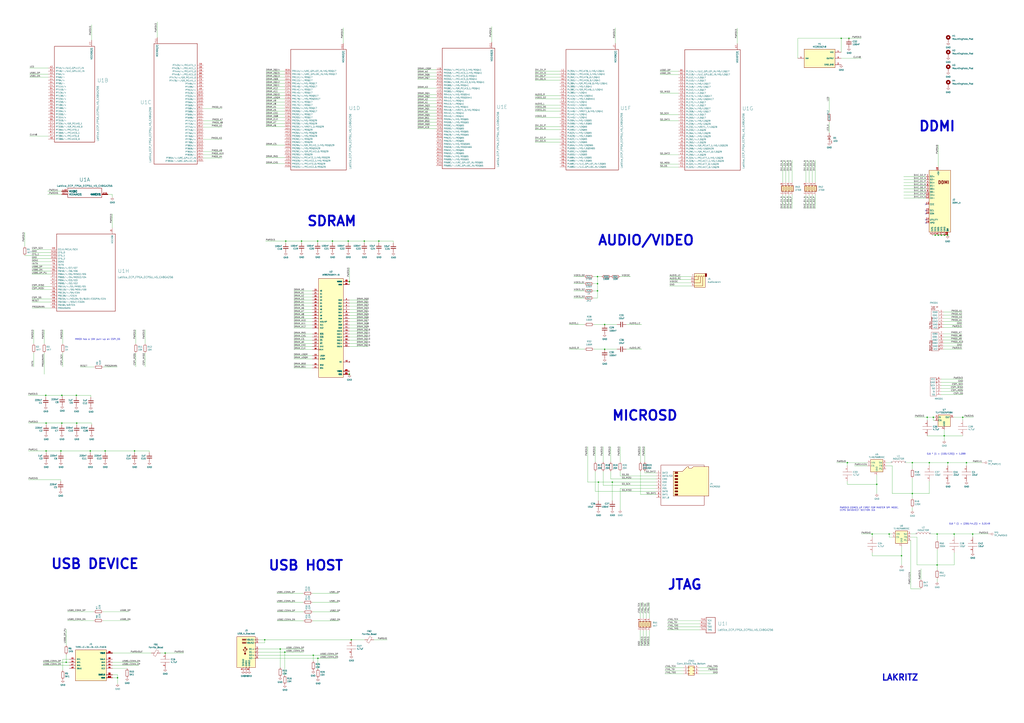
<source format=kicad_sch>
(kicad_sch (version 20231120) (generator "eeschema") (generator_version "8.0")
  (paper "A1")
  (title_block (title "Lakritz Computer") (date "2024-04-22") (rev "V0") (company "Copyright © 2024 Lone Dynamics Corporation"))
  (junction (at 491.49 396.24))
  (junction (at 766.572 342.9))
  (junction (at 247.65 198.12))
  (junction (at 50.8 347.726))
  (junction (at 288.544 525.78))
  (junction (at 496.57 287.02))
  (junction (at 490.728 227.33))
  (junction (at 37.846 370.586))
  (junction (at 110.49 370.586))
  (junction (at 287.02 307.594))
  (junction (at 496.57 266.7))
  (junction (at 769.62 438.912))
  (junction (at 697.23 31.496))
  (junction (at 135.636 536.702))
  (junction (at 768.096 193.294))
  (junction (at 54.356 544.322))
  (junction (at 502.92 396.24))
  (junction (at 763.27 380.238))
  (junction (at 770.636 193.294))
  (junction (at 233.934 535.94))
  (junction (at 749.3 405.638))
  (junction (at 778.256 193.294))
  (junction (at 761.492 342.9))
  (junction (at 257.302 538.48))
  (junction (at 50.8 324.866))
  (junction (at 740.41 456.692))
  (junction (at 769.62 464.312))
  (junction (at 62.992 347.726))
  (junction (at 720.09 398.018))
  (junction (at 790.702 342.9))
  (junction (at 783.59 438.912))
  (junction (at 749.3 380.238))
  (junction (at 74.168 370.586))
  (junction (at 287.02 231.394))
  (junction (at 261.112 541.02))
  (junction (at 230.124 533.4))
  (junction (at 730.25 438.912))
  (junction (at 775.716 193.294))
  (junction (at 50.038 370.586))
  (junction (at 37.846 347.726))
  (junction (at 86.36 370.586))
  (junction (at 690.88 31.496))
  (junction (at 260.858 198.12))
  (junction (at 775.462 358.14))
  (junction (at 62.738 324.866))
  (junction (at 778.51 380.238))
  (junction (at 695.96 380.238))
  (junction (at 773.176 193.294))
  (junction (at 490.728 233.172))
  (junction (at 311.15 198.12))
  (junction (at 793.75 380.238))
  (junction (at 273.05 198.12))
  (junction (at 490.728 239.014))
  (junction (at 234.696 198.12))
  (junction (at 37.592 324.866))
  (junction (at 716.28 438.912))
  (junction (at 217.424 525.78))
  (junction (at 96.52 557.022))
  (junction (at 286.004 198.12))
  (junction (at 798.83 438.912))
  (junction (at 299.212 198.12))
  (no_connect (at 760.476 183.134))
  (no_connect (at 760.476 180.594))
  (no_connect (at 760.476 175.514))
  (no_connect (at 760.476 172.974))
  (no_connect (at 760.476 167.894))
  (wire (pts (xy 439.42 96.52) (xy 459.74 96.52)))
  (wire (pts (xy 233.68 93.98) (xy 218.44 93.98)))
  (wire (pts (xy 287.02 279.654) (xy 302.26 279.654)))
  (wire (pts (xy 642.874 131.572) (xy 642.874 149.86)))
  (wire (pts (xy 529.59 379.73) (xy 529.59 367.03)))
  (wire (pts (xy 233.68 81.28) (xy 218.44 81.28)))
  (wire (pts (xy 50.8 347.726) (xy 62.992 347.726)))
  (wire (pts (xy 92.456 554.482) (xy 96.52 554.482)))
  (wire (pts (xy 783.59 441.452) (xy 783.59 438.912)))
  (wire (pts (xy 233.68 101.6) (xy 218.44 101.6)))
  (wire (pts (xy 241.3 261.874) (xy 256.54 261.874)))
  (wire (pts (xy 167.132 114.554) (xy 182.372 114.554)))
  (wire (pts (xy 92.202 175.768) (xy 92.202 187.198)))
  (wire (pts (xy 756.412 476.25) (xy 756.412 467.36)))
  (wire (pts (xy 749.3 409.448) (xy 749.3 405.638)))
  (wire (pts (xy 749.3 405.638) (xy 763.27 405.638)))
  (wire (pts (xy 287.02 251.714) (xy 302.26 251.714)))
  (wire (pts (xy 732.79 382.778) (xy 732.79 405.638)))
  (wire (pts (xy 24.384 63.5) (xy 39.624 63.5)))
  (wire (pts (xy 92.456 557.022) (xy 96.52 557.022)))
  (wire (pts (xy 62.738 326.136) (xy 62.738 324.866)))
  (wire (pts (xy 54.356 530.352) (xy 54.356 517.398)))
  (wire (pts (xy 212.344 528.32) (xy 217.424 528.32)))
  (wire (pts (xy 533.4 508) (xy 533.4 495.3)))
  (wire (pts (xy 233.68 83.82) (xy 218.44 83.82)))
  (wire (pts (xy 358.14 100.584) (xy 342.9 100.584)))
  (wire (pts (xy 74.168 371.856) (xy 74.168 370.586)))
  (wire (pts (xy 241.3 246.634) (xy 256.54 246.634)))
  (wire (pts (xy 768.096 193.294) (xy 770.636 193.294)))
  (wire (pts (xy 247.65 198.12) (xy 260.858 198.12)))
  (wire (pts (xy 241.3 274.574) (xy 256.54 274.574)))
  (wire (pts (xy 96.52 557.022) (xy 96.52 561.848)))
  (wire (pts (xy 749.3 392.938) (xy 749.3 405.638)))
  (wire (pts (xy 790.702 316.738) (xy 772.922 316.738)))
  (wire (pts (xy 26.162 248.158) (xy 41.402 248.158)))
  (wire (pts (xy 287.02 246.634) (xy 302.26 246.634)))
  (wire (pts (xy 92.202 159.766) (xy 88.646 159.766)))
  (wire (pts (xy 26.162 225.298) (xy 41.402 225.298)))
  (wire (pts (xy 742.188 157.734) (xy 760.476 157.734)))
  (wire (pts (xy 548.132 512.572) (xy 574.802 512.572)))
  (wire (pts (xy 766.572 342.9) (xy 761.492 342.9)))
  (wire (pts (xy 467.36 266.7) (xy 480.06 266.7)))
  (wire (pts (xy 701.802 382.778) (xy 712.47 382.778)))
  (wire (pts (xy 487.426 227.33) (xy 490.728 227.33)))
  (wire (pts (xy 669.544 131.572) (xy 669.544 149.86)))
  (wire (pts (xy 233.68 73.66) (xy 218.44 73.66)))
  (wire (pts (xy 730.25 438.912) (xy 732.79 438.912)))
  (wire (pts (xy 647.954 160.02) (xy 647.954 171.45)))
  (wire (pts (xy 790.702 314.198) (xy 772.922 314.198)))
  (wire (pts (xy 233.68 91.44) (xy 218.44 91.44)))
  (wire (pts (xy 241.3 299.974) (xy 256.54 299.974)))
  (wire (pts (xy 54.356 517.398) (xy 54.61 517.398)))
  (wire (pts (xy 50.8 348.996) (xy 50.8 347.726)))
  (wire (pts (xy 542.036 137.414) (xy 557.276 137.414)))
  (wire (pts (xy 767.842 342.9) (xy 766.572 342.9)))
  (wire (pts (xy 439.42 78.74) (xy 459.74 78.74)))
  (wire (pts (xy 748.03 443.992) (xy 748.03 483.87)))
  (wire (pts (xy 62.992 348.996) (xy 62.992 347.726)))
  (wire (pts (xy 233.68 86.36) (xy 218.44 86.36)))
  (wire (pts (xy 720.09 398.018) (xy 720.09 405.638)))
  (wire (pts (xy 241.3 284.734) (xy 256.54 284.734)))
  (wire (pts (xy 288.544 525.78) (xy 299.466 525.78)))
  (wire (pts (xy 110.49 371.856) (xy 110.49 370.586)))
  (wire (pts (xy 645.414 131.572) (xy 645.414 149.86)))
  (wire (pts (xy 167.132 89.154) (xy 182.372 89.154)))
  (wire (pts (xy 790.702 319.278) (xy 772.922 319.278)))
  (wire (pts (xy 655.32 48.006) (xy 655.32 31.496)))
  (wire (pts (xy 495.3 398.78) (xy 538.988 398.78)))
  (wire (pts (xy 51.562 550.926) (xy 51.562 541.782)))
  (wire (pts (xy 774.954 281.94) (xy 790.194 281.94)))
  (wire (pts (xy 748.03 483.87) (xy 756.412 483.87)))
  (wire (pts (xy 212.344 533.4) (xy 230.124 533.4)))
  (wire (pts (xy 514.35 287.02) (xy 527.05 287.02)))
  (wire (pts (xy 798.83 438.912) (xy 811.53 438.912)))
  (wire (pts (xy 37.592 326.136) (xy 37.592 324.866)))
  (wire (pts (xy 287.02 219.964) (xy 287.02 231.394)))
  (wire (pts (xy 501.65 379.73) (xy 501.65 367.03)))
  (wire (pts (xy 26.162 204.978) (xy 41.402 204.978)))
  (wire (pts (xy 23.368 370.586) (xy 37.846 370.586)))
  (wire (pts (xy 491.49 396.24) (xy 482.6 396.24)))
  (wire (pts (xy 542.036 127.254) (xy 557.276 127.254)))
  (wire (pts (xy 110.49 370.586) (xy 122.682 370.586)))
  (wire (pts (xy 720.09 398.018) (xy 695.96 398.018)))
  (wire (pts (xy 528.32 530.86) (xy 528.32 518.16)))
  (wire (pts (xy 798.83 438.912) (xy 798.83 441.452)))
  (wire (pts (xy 669.544 160.02) (xy 669.544 171.45)))
  (wire (pts (xy 96.52 554.482) (xy 96.52 557.022)))
  (wire (pts (xy 542.036 58.674) (xy 557.276 58.674)))
  (wire (pts (xy 774.954 279.4) (xy 790.194 279.4)))
  (wire (pts (xy 496.57 287.02) (xy 506.73 287.02)))
  (wire (pts (xy 490.728 244.856) (xy 490.728 239.014)))
  (wire (pts (xy 716.28 438.912) (xy 730.25 438.912)))
  (wire (pts (xy 763.27 382.778) (xy 763.27 380.238)))
  (wire (pts (xy 233.68 99.06) (xy 218.44 99.06)))
  (wire (pts (xy 212.344 525.78) (xy 217.424 525.78)))
  (wire (pts (xy 650.494 131.572) (xy 650.494 149.86)))
  (wire (pts (xy 233.68 104.14) (xy 218.44 104.14)))
  (wire (pts (xy 774.954 259.08) (xy 790.194 259.08)))
  (wire (pts (xy 26.162 220.218) (xy 41.402 220.218)))
  (wire (pts (xy 650.494 160.02) (xy 650.494 171.45)))
  (wire (pts (xy 467.36 287.02) (xy 480.06 287.02)))
  (wire (pts (xy 241.3 249.174) (xy 256.54 249.174)))
  (wire (pts (xy 533.4 530.86) (xy 533.4 518.16)))
  (wire (pts (xy 502.92 411.48) (xy 502.92 396.24)))
  (wire (pts (xy 774.954 284.48) (xy 790.194 284.48)))
  (wire (pts (xy 567.69 227.33) (xy 549.91 227.33)))
  (wire (pts (xy 790.702 321.818) (xy 772.922 321.818)))
  (wire (pts (xy 256.794 510.286) (xy 278.384 510.286)))
  (wire (pts (xy 732.79 441.452) (xy 730.25 441.452)))
  (wire (pts (xy 695.96 382.778) (xy 695.96 380.238)))
  (wire (pts (xy 311.15 199.39) (xy 311.15 198.12)))
  (wire (pts (xy 37.592 324.866) (xy 50.8 324.866)))
  (wire (pts (xy 775.716 193.294) (xy 778.256 193.294)))
  (wire (pts (xy 20.32 210.058) (xy 41.402 210.058)))
  (wire (pts (xy 273.05 199.39) (xy 273.05 198.12)))
  (wire (pts (xy 561.34 551.18) (xy 546.1 551.18)))
  (wire (pts (xy 37.846 370.586) (xy 50.038 370.586)))
  (wire (pts (xy 20.32 191.008) (xy 20.32 202.438)))
  (wire (pts (xy 26.162 222.758) (xy 41.402 222.758)))
  (wire (pts (xy 479.806 227.33) (xy 471.17 227.33)))
  (wire (pts (xy 488.95 379.73) (xy 488.95 367.03)))
  (wire (pts (xy 742.188 147.574) (xy 760.476 147.574)))
  (wire (pts (xy 542.036 134.874) (xy 557.276 134.874)))
  (wire (pts (xy 730.25 441.452) (xy 730.25 438.912)))
  (wire (pts (xy 647.954 131.572) (xy 647.954 149.86)))
  (wire (pts (xy 567.69 229.87) (xy 549.91 229.87)))
  (wire (pts (xy 529.59 388.62) (xy 529.59 387.35)))
  (wire (pts (xy 257.302 538.48) (xy 277.368 538.48)))
  (wire (pts (xy 167.132 124.714) (xy 182.372 124.714)))
  (wire (pts (xy 509.27 401.32) (xy 509.27 419.1)))
  (wire (pts (xy 769.62 468.122) (xy 769.62 464.312)))
  (wire (pts (xy 84.836 301.752) (xy 96.266 301.752)))
  (wire (pts (xy 233.68 129.54) (xy 218.44 129.54)))
  (wire (pts (xy 111.506 271.018) (xy 111.506 282.448)))
  (wire (pts (xy 26.162 215.138) (xy 41.402 215.138)))
  (wire (pts (xy 695.96 380.238) (xy 712.47 380.238)))
  (wire (pts (xy 75.184 348.996) (xy 75.184 347.726)))
  (wire (pts (xy 358.14 62.484) (xy 342.9 62.484)))
  (wire (pts (xy 323.088 198.12) (xy 323.088 199.644)))
  (wire (pts (xy 131.826 536.702) (xy 135.636 536.702)))
  (wire (pts (xy 37.846 371.856) (xy 37.846 370.586)))
  (wire (pts (xy 241.3 239.014) (xy 256.54 239.014)))
  (wire (pts (xy 234.696 198.12) (xy 234.696 199.644)))
  (wire (pts (xy 548.132 517.652) (xy 574.802 517.652)))
  (wire (pts (xy 35.306 544.322) (xy 54.356 544.322)))
  (wire (pts (xy 742.188 152.654) (xy 760.476 152.654)))
  (wire (pts (xy 509.27 401.32) (xy 538.988 401.32)))
  (wire (pts (xy 748.03 441.452) (xy 753.11 441.452)))
  (wire (pts (xy 358.14 82.804) (xy 342.9 82.804)))
  (wire (pts (xy 230.124 533.4) (xy 230.124 548.64)))
  (wire (pts (xy 487.426 244.856) (xy 490.728 244.856)))
  (wire (pts (xy 55.372 510.032) (xy 76.962 510.032)))
  (wire (pts (xy 167.132 101.854) (xy 182.372 101.854)))
  (wire (pts (xy 273.05 198.12) (xy 286.004 198.12)))
  (wire (pts (xy 774.954 276.86) (xy 790.194 276.86)))
  (wire (pts (xy 129.032 18.034) (xy 129.032 30.734)))
  (wire (pts (xy 491.49 396.24) (xy 491.49 411.48)))
  (wire (pts (xy 769.62 478.282) (xy 769.62 475.742)))
  (wire (pts (xy 261.112 541.02) (xy 277.368 541.02)))
  (wire (pts (xy 509.27 379.73) (xy 509.27 367.03)))
  (wire (pts (xy 37.846 348.996) (xy 37.846 347.726)))
  (wire (pts (xy 167.132 127.254) (xy 182.372 127.254)))
  (wire (pts (xy 690.88 42.926) (xy 690.88 31.496)))
  (wire (pts (xy 241.3 241.554) (xy 256.54 241.554)))
  (wire (pts (xy 241.3 269.494) (xy 256.54 269.494)))
  (wire (pts (xy 35.306 546.862) (xy 56.896 546.862)))
  (wire (pts (xy 403.86 21.844) (xy 403.86 34.544)))
  (wire (pts (xy 567.69 232.41) (xy 549.91 232.41)))
  (wire (pts (xy 763.27 405.638) (xy 763.27 395.478)))
  (wire (pts (xy 358.14 103.124) (xy 342.9 103.124)))
  (wire (pts (xy 51.562 541.782) (xy 56.896 541.782)))
  (wire (pts (xy 24.384 60.96) (xy 39.624 60.96)))
  (wire (pts (xy 479.806 244.856) (xy 471.17 244.856)))
  (wire (pts (xy 26.162 237.998) (xy 41.402 237.998)))
  (wire (pts (xy 542.036 76.454) (xy 557.276 76.454)))
  (wire (pts (xy 740.41 456.692) (xy 716.28 456.692)))
  (wire (pts (xy 774.954 256.54) (xy 790.194 256.54)))
  (wire (pts (xy 783.59 438.912) (xy 798.83 438.912)))
  (wire (pts (xy 212.344 541.02) (xy 261.112 541.02)))
  (wire (pts (xy 212.344 535.94) (xy 233.934 535.94)))
  (wire (pts (xy 778.51 380.238) (xy 793.75 380.238)))
  (wire (pts (xy 257.302 538.48) (xy 257.302 543.306)))
  (wire (pts (xy 26.162 207.518) (xy 41.402 207.518)))
  (wire (pts (xy 358.14 95.504) (xy 342.9 95.504)))
  (wire (pts (xy 241.3 259.334) (xy 256.54 259.334)))
  (wire (pts (xy 358.14 87.884) (xy 342.9 87.884)))
  (wire (pts (xy 490.728 239.014) (xy 490.728 233.172)))
  (wire (pts (xy 763.27 380.238) (xy 778.51 380.238)))
  (wire (pts (xy 695.96 395.478) (xy 695.96 398.018)))
  (wire (pts (xy 227.584 510.286) (xy 249.174 510.286)))
  (wire (pts (xy 36.322 271.018) (xy 36.322 282.448)))
  (wire (pts (xy 227.584 502.92) (xy 249.174 502.92)))
  (wire (pts (xy 509.27 391.16) (xy 538.988 391.16)))
  (wire (pts (xy 299.212 198.12) (xy 311.15 198.12)))
  (wire (pts (xy 84.582 510.032) (xy 106.172 510.032)))
  (wire (pts (xy 51.562 290.068) (xy 51.562 301.498)))
  (wire (pts (xy 767.842 345.44) (xy 766.572 345.44)))
  (wire (pts (xy 23.368 347.726) (xy 37.846 347.726)))
  (wire (pts (xy 230.124 533.4) (xy 249.428 533.4)))
  (wire (pts (xy 54.356 544.322) (xy 56.896 544.322)))
  (wire (pts (xy 119.126 271.018) (xy 119.126 282.448)))
  (wire (pts (xy 358.14 65.024) (xy 342.9 65.024)))
  (wire (pts (xy 501.65 393.7) (xy 538.988 393.7)))
  (wire (pts (xy 27.686 271.018) (xy 27.686 282.448)))
  (wire (pts (xy 790.702 345.44) (xy 790.702 342.9)))
  (wire (pts (xy 287.02 284.734) (xy 302.26 284.734)))
  (wire (pts (xy 774.954 287.02) (xy 790.194 287.02)))
  (wire (pts (xy 774.954 266.7) (xy 790.194 266.7)))
  (wire (pts (xy 241.3 287.274) (xy 256.54 287.274)))
  (wire (pts (xy 241.3 294.894) (xy 256.54 294.894)))
  (wire (pts (xy 505.46 22.86) (xy 505.46 35.56)))
  (wire (pts (xy 605.536 35.814) (xy 605.536 23.114)))
  (wire (pts (xy 287.02 259.334) (xy 302.26 259.334)))
  (wire (pts (xy 740.41 449.072) (xy 740.41 456.692)))
  (wire (pts (xy 742.188 145.034) (xy 760.476 145.034)))
  (wire (pts (xy 241.3 266.954) (xy 256.54 266.954)))
  (wire (pts (xy 65.786 301.752) (xy 77.216 301.752)))
  (wire (pts (xy 439.42 114.3) (xy 459.74 114.3)))
  (wire (pts (xy 482.6 396.24) (xy 482.6 367.03)))
  (wire (pts (xy 241.3 277.114) (xy 256.54 277.114)))
  (wire (pts (xy 167.132 129.794) (xy 182.372 129.794)))
  (wire (pts (xy 281.94 22.86) (xy 281.94 35.56)))
  (wire (pts (xy 439.42 81.28) (xy 459.74 81.28)))
  (wire (pts (xy 769.62 443.992) (xy 769.62 438.912)))
  (wire (pts (xy 517.906 227.33) (xy 509.27 227.33)))
  (wire (pts (xy 769.62 464.312) (xy 783.59 464.312)))
  (wire (pts (xy 287.02 269.494) (xy 302.26 269.494)))
  (wire (pts (xy 241.3 302.514) (xy 256.54 302.514)))
  (wire (pts (xy 439.42 60.96) (xy 459.74 60.96)))
  (wire (pts (xy 92.456 536.702) (xy 124.206 536.702)))
  (wire (pts (xy 567.69 234.95) (xy 549.91 234.95)))
  (wire (pts (xy 749.3 419.608) (xy 749.3 417.068)))
  (wire (pts (xy 542.036 61.214) (xy 557.276 61.214)))
  (wire (pts (xy 495.3 379.73) (xy 495.3 367.03)))
  (wire (pts (xy 716.28 454.152) (xy 716.28 456.692)))
  (wire (pts (xy 525.78 530.86) (xy 525.78 518.16)))
  (wire (pts (xy 487.426 233.172) (xy 490.728 233.172)))
  (wire (pts (xy 742.188 155.194) (xy 760.476 155.194)))
  (wire (pts (xy 26.162 235.458) (xy 41.402 235.458)))
  (wire (pts (xy 86.36 370.586) (xy 110.49 370.586)))
  (wire (pts (xy 526.034 379.73) (xy 526.034 367.03)))
  (wire (pts (xy 742.188 160.274) (xy 760.476 160.274)))
  (wire (pts (xy 286.004 198.12) (xy 299.212 198.12)))
  (wire (pts (xy 501.65 393.7) (xy 501.65 387.35)))
  (wire (pts (xy 241.3 254.254) (xy 256.54 254.254)))
  (wire (pts (xy 119.126 290.068) (xy 119.126 301.498)))
  (wire (pts (xy 770.636 193.294) (xy 773.176 193.294)))
  (wire (pts (xy 690.88 31.496) (xy 697.23 31.496)))
  (wire (pts (xy 358.14 59.944) (xy 342.9 59.944)))
  (wire (pts (xy 769.62 438.912) (xy 783.59 438.912)))
  (wire (pts (xy 487.426 239.014) (xy 490.728 239.014)))
  (wire (pts (xy 770.636 119.126) (xy 770.636 137.414)))
  (wire (pts (xy 775.462 353.06) (xy 775.462 358.14)))
  (wire (pts (xy 765.556 193.294) (xy 768.096 193.294)))
  (wire (pts (xy 260.858 198.12) (xy 260.858 199.39)))
  (wire (pts (xy 645.414 160.02) (xy 645.414 171.45)))
  (wire (pts (xy 233.68 96.52) (xy 218.44 96.52)))
  (wire (pts (xy 358.14 105.664) (xy 342.9 105.664)))
  (wire (pts (xy 92.202 162.052) (xy 92.202 159.766)))
  (wire (pts (xy 234.696 198.12) (xy 247.65 198.12)))
  (wire (pts (xy 502.92 396.24) (xy 538.988 396.24)))
  (wire (pts (xy 769.62 464.312) (xy 753.11 464.312)))
  (wire (pts (xy 487.68 287.02) (xy 496.57 287.02)))
  (wire (pts (xy 439.42 66.04) (xy 459.74 66.04)))
  (wire (pts (xy 661.924 160.02) (xy 661.924 171.45)))
  (wire (pts (xy 775.462 361.95) (xy 775.462 358.14)))
  (wire (pts (xy 642.874 160.02) (xy 642.874 171.45)))
  (wire (pts (xy 548.132 515.112) (xy 574.802 515.112)))
  (wire (pts (xy 50.038 370.586) (xy 74.168 370.586)))
  (wire (pts (xy 39.116 159.766) (xy 50.546 159.766)))
  (wire (pts (xy 233.68 76.2) (xy 218.44 76.2)))
  (wire (pts (xy 727.71 380.238) (xy 731.52 380.238)))
  (wire (pts (xy 790.702 324.358) (xy 772.922 324.358)))
  (wire (pts (xy 24.384 111.76) (xy 39.624 111.76)))
  (wire (pts (xy 561.34 553.72) (xy 546.1 553.72)))
  (wire (pts (xy 793.75 380.238) (xy 806.45 380.238)))
  (wire (pts (xy 680.974 100.33) (xy 680.974 109.22)))
  (wire (pts (xy 256.54 487.68) (xy 278.13 487.68)))
  (wire (pts (xy 86.36 371.856) (xy 86.36 370.586)))
  (wire (pts (xy 680.974 92.71) (xy 680.974 80.01)))
  (wire (pts (xy 751.332 342.9) (xy 761.492 342.9)))
  (wire (pts (xy 39.116 157.226) (xy 50.546 157.226)))
  (wire (pts (xy 664.464 160.02) (xy 664.464 171.45)))
  (wire (pts (xy 509.27 391.16) (xy 509.27 387.35)))
  (wire (pts (xy 75.184 20.32) (xy 75.184 33.02)))
  (wire (pts (xy 287.02 272.034) (xy 302.26 272.034)))
  (wire (pts (xy 287.02 249.174) (xy 302.26 249.174)))
  (wire (pts (xy 167.132 104.394) (xy 182.372 104.394)))
  (wire (pts (xy 287.02 305.054) (xy 287.02 307.594)))
  (wire (pts (xy 122.682 371.856) (xy 122.682 370.586)))
  (wire (pts (xy 749.3 385.318) (xy 749.3 380.238)))
  (wire (pts (xy 62.992 347.726) (xy 75.184 347.726)))
  (wire (pts (xy 256.794 502.92) (xy 278.384 502.92)))
  (wire (pts (xy 241.3 264.414) (xy 256.54 264.414)))
  (wire (pts (xy 667.004 131.572) (xy 667.004 149.86)))
  (wire (pts (xy 241.3 282.194) (xy 256.54 282.194)))
  (wire (pts (xy 774.954 264.16) (xy 790.194 264.16)))
  (wire (pts (xy 49.784 395.478) (xy 49.784 394.208)))
  (wire (pts (xy 241.3 279.654) (xy 256.54 279.654)))
  (wire (pts (xy 548.132 510.032) (xy 574.802 510.032)))
  (wire (pts (xy 783.082 342.9) (xy 790.702 342.9)))
  (wire (pts (xy 358.14 98.044) (xy 342.9 98.044)))
  (wire (pts (xy 358.14 57.404) (xy 342.9 57.404)))
  (wire (pts (xy 233.68 68.58) (xy 218.44 68.58)))
  (wire (pts (xy 260.858 198.12) (xy 273.05 198.12)))
  (wire (pts (xy 773.176 193.294) (xy 775.716 193.294)))
  (wire (pts (xy 37.846 347.726) (xy 50.8 347.726)))
  (wire (pts (xy 287.02 254.254) (xy 302.26 254.254)))
  (wire (pts (xy 479.806 239.014) (xy 471.17 239.014)))
  (wire (pts (xy 589.28 551.18) (xy 574.04 551.18)))
  (wire (pts (xy 530.86 508) (xy 530.86 495.3)))
  (wire (pts (xy 667.004 160.02) (xy 667.004 171.45)))
  (wire (pts (xy 488.95 403.86) (xy 538.988 403.86)))
  (wire (pts (xy 495.3 398.78) (xy 495.3 387.35)))
  (wire (pts (xy 227.33 495.046) (xy 248.92 495.046)))
  (wire (pts (xy 307.086 525.78) (xy 318.008 525.78)))
  (wire (pts (xy 261.112 541.02) (xy 261.112 549.656)))
  (wire (pts (xy 74.676 324.866) (xy 74.676 326.39)))
  (wire (pts (xy 84.582 502.666) (xy 106.172 502.666)))
  (wire (pts (xy 664.464 131.572) (xy 664.464 149.86)))
  (wire (pts (xy 697.23 31.496) (xy 707.39 31.496)))
  (wire (pts (xy 233.934 535.94) (xy 249.428 535.94)))
  (wire (pts (xy 488.95 403.86) (xy 488.95 387.35)))
  (wire (pts (xy 439.42 104.14) (xy 459.74 104.14)))
  (wire (pts (xy 92.456 544.322) (xy 114.046 544.322)))
  (wire (pts (xy 487.68 266.7) (xy 496.57 266.7)))
  (wire (pts (xy 589.28 548.64) (xy 574.04 548.64)))
  (wire (pts (xy 92.456 549.402) (xy 104.394 549.402)))
  (wire (pts (xy 490.728 233.172) (xy 490.728 227.33)))
  (wire (pts (xy 233.68 60.96) (xy 218.44 60.96)))
  (wire (pts (xy 167.132 99.314) (xy 182.372 99.314)))
  (wire (pts (xy 287.02 264.414) (xy 302.26 264.414)))
  (wire (pts (xy 26.162 217.678) (xy 41.402 217.678)))
  (wire (pts (xy 218.186 198.12) (xy 234.696 198.12)))
  (wire (pts (xy 774.954 261.62) (xy 790.194 261.62)))
  (wire (pts (xy 538.988 388.62) (xy 529.59 388.62)))
  (wire (pts (xy 496.57 266.7) (xy 506.73 266.7)))
  (wire (pts (xy 542.036 94.234) (xy 557.276 94.234)))
  (wire (pts (xy 790.702 311.658) (xy 772.922 311.658)))
  (wire (pts (xy 687.07 380.238) (xy 695.96 380.238)))
  (wire (pts (xy 217.424 525.78) (xy 217.424 528.32)))
  (wire (pts (xy 23.114 324.866) (xy 37.592 324.866)))
  (wire (pts (xy 36.322 290.068) (xy 36.322 307.594)))
  (wire (pts (xy 358.14 85.344) (xy 342.9 85.344)))
  (wire (pts (xy 55.372 502.666) (xy 76.962 502.666)))
  (wire (pts (xy 358.14 80.264) (xy 342.9 80.264)))
  (wire (pts (xy 233.68 58.42) (xy 218.44 58.42)))
  (wire (pts (xy 439.42 63.5) (xy 459.74 63.5)))
  (wire (pts (xy 690.88 48.006) (xy 707.39 48.006)))
  (wire (pts (xy 233.68 119.38) (xy 218.44 119.38)))
  (wire (pts (xy 24.384 55.88) (xy 39.624 55.88)))
  (wire (pts (xy 212.344 538.48) (xy 257.302 538.48)))
  (wire (pts (xy 51.054 325.628) (xy 50.8 324.866)))
  (wire (pts (xy 439.42 86.36) (xy 459.74 86.36)))
  (wire (pts (xy 26.289 253.238) (xy 41.402 253.238)))
  (wire (pts (xy 241.3 256.794) (xy 256.54 256.794)))
  (wire (pts (xy 50.038 371.856) (xy 50.038 370.586)))
  (wire (pts (xy 774.954 274.32) (xy 790.194 274.32)))
  (wire (pts (xy 287.02 277.114) (xy 302.26 277.114)))
  (wire (pts (xy 502.92 396.24) (xy 491.49 396.24)))
  (wire (pts (xy 716.28 441.452) (xy 716.28 438.912)))
  (wire (pts (xy 774.954 269.24) (xy 790.194 269.24)))
  (wire (pts (xy 542.036 99.314) (xy 557.276 99.314)))
  (wire (pts (xy 287.02 261.874) (xy 302.26 261.874)))
  (wire (pts (xy 720.09 390.398) (xy 720.09 398.018)))
  (wire (pts (xy 526.034 406.4) (xy 526.034 387.35)))
  (wire (pts (xy 439.42 88.9) (xy 459.74 88.9)))
  (wire (pts (xy 761.492 358.14) (xy 775.462 358.14)))
  (wire (pts (xy 23.368 394.208) (xy 49.784 394.208)))
  (wire (pts (xy 769.62 438.912) (xy 764.54 438.912)))
  (wire (pts (xy 358.14 77.724) (xy 342.9 77.724)))
  (wire (pts (xy 26.162 245.618) (xy 41.402 245.618)))
  (wire (pts (xy 247.65 198.12) (xy 247.65 199.39)))
  (wire (pts (xy 439.42 106.68) (xy 459.74 106.68)))
  (wire (pts (xy 233.68 71.12) (xy 218.44 71.12)))
  (wire (pts (xy 311.15 198.12) (xy 323.088 198.12)))
  (wire (pts (xy 439.42 91.44) (xy 459.74 91.44)))
  (wire (pts (xy 50.8 324.866) (xy 62.738 324.866)))
  (wire (pts (xy 439.42 116.84) (xy 459.74 116.84)))
  (wire (pts (xy 753.11 441.452) (xy 753.11 464.312)))
  (wire (pts (xy 135.636 536.702) (xy 150.876 536.702)))
  (wire (pts (xy 589.28 553.72) (xy 574.04 553.72)))
  (wire (pts (xy 766.572 345.44) (xy 766.572 342.9)))
  (wire (pts (xy 479.806 233.172) (xy 471.17 233.172)))
  (wire (pts (xy 227.33 487.68) (xy 248.92 487.68)))
  (wire (pts (xy 525.78 508) (xy 525.78 495.3)))
  (wire (pts (xy 530.86 530.86) (xy 530.86 518.16)))
  (wire (pts (xy 299.212 199.39) (xy 299.212 198.12)))
  (wire (pts (xy 287.02 256.794) (xy 302.26 256.794)))
  (wire (pts (xy 740.41 456.692) (xy 740.41 464.312)))
  (wire (pts (xy 111.506 290.068) (xy 111.506 301.498)))
  (wire (pts (xy 241.3 292.354) (xy 256.54 292.354)))
  (wire (pts (xy 256.54 495.046) (xy 278.13 495.046)))
  (wire (pts (xy 783.59 464.312) (xy 783.59 454.152)))
  (wire (pts (xy 707.39 438.912) (xy 716.28 438.912)))
  (wire (pts (xy 538.988 406.4) (xy 526.034 406.4)))
  (wire (pts (xy 490.728 227.33) (xy 494.03 227.33)))
  (wire (pts (xy 742.188 162.814) (xy 760.476 162.814)))
  (wire (pts (xy 769.62 451.612) (xy 769.62 464.312)))
  (wire (pts (xy 233.68 88.9) (xy 218.44 88.9)))
  (wire (pts (xy 561.34 548.64) (xy 546.1 548.64)))
  (wire (pts (xy 439.42 58.42) (xy 459.74 58.42)))
  (wire (pts (xy 749.3 380.238) (xy 763.27 380.238)))
  (wire (pts (xy 358.14 90.424) (xy 342.9 90.424)))
  (wire (pts (xy 793.75 380.238) (xy 793.75 382.778)))
  (wire (pts (xy 233.934 535.94) (xy 233.934 554.99)))
  (wire (pts (xy 775.462 358.14) (xy 790.702 358.14)))
  (wire (pts (xy 749.3 380.238) (xy 744.22 380.238)))
  (wire (pts (xy 287.02 266.954) (xy 302.26 266.954)))
  (wire (pts (xy 358.14 92.964) (xy 342.9 92.964)))
  (wire (pts (xy 742.188 150.114) (xy 760.476 150.114)))
  (wire (pts (xy 778.51 380.238) (xy 778.51 382.778)))
  (wire (pts (xy 727.71 382.778) (xy 732.79 382.778)))
  (wire (pts (xy 761.492 345.44) (xy 761.492 342.9)))
  (wire (pts (xy 748.03 438.912) (xy 751.84 438.912)))
  (wire (pts (xy 528.32 508) (xy 528.32 495.3)))
  (wire (pts (xy 51.562 271.018) (xy 51.562 282.448)))
  (wire (pts (xy 62.738 324.866) (xy 74.676 324.866)))
  (wire (pts (xy 233.68 66.04) (xy 218.44 66.04)))
  (wire (pts (xy 26.162 212.598) (xy 41.402 212.598)))
  (wire (pts (xy 286.004 199.39) (xy 286.004 198.12)))
  (wire (pts (xy 241.3 244.094) (xy 256.54 244.094)))
  (wire (pts (xy 287.02 282.194) (xy 302.26 282.194)))
  (wire (pts (xy 217.424 525.78) (xy 288.544 525.78)))
  (wire (pts (xy 661.924 131.572) (xy 661.924 149.86)))
  (wire (pts (xy 92.456 546.862) (xy 114.046 546.862)))
  (wire (pts (xy 287.02 231.394) (xy 287.02 233.934)))
  (wire (pts (xy 54.356 537.972) (xy 54.356 544.322)))
  (wire (pts (xy 514.35 266.7) (xy 527.05 266.7)))
  (wire (pts (xy 27.686 290.068) (xy 27.686 301.498)))
  (wire (pts (xy 233.68 78.74) (xy 218.44 78.74)))
  (wire (pts (xy 233.68 134.62) (xy 218.44 134.62)))
  (wire (pts (xy 749.3 405.638) (xy 732.79 405.638)))
  (wire (pts (xy 241.3 251.714) (xy 256.54 251.714)))
  (wire (pts (xy 74.168 370.586) (xy 86.36 370.586)))
  (wire (pts (xy 358.14 72.644) (xy 342.9 72.644)))
  (wire (pts (xy 790.702 342.9) (xy 799.592 342.9)))
  (wire (pts (xy 655.32 31.496) (xy 690.88 31.496)))
  (wire (pts (xy 287.02 274.574) (xy 302.26 274.574)))
  (wire (pts (xy 233.68 63.5) (xy 218.44 63.5)))
  (text "LAKRITZ" (at 723.9 559.816 0) (effects (font (size 5 5) (thickness 1) (bold yes)) (justify left bottom)))
  (text "PWR3V3 COMES UP FIRST FOR MASTER SPI MODE,\nECP5 DATASHEET SECTION 3.5" (at 689.61 420.116 0) (effects (font (size 1.27 1.27)) (justify left bottom)))
  (text "SDRAM" (at 272.542 181.864 0) (effects (font (size 8 8) (thickness 1.6) (bold yes))))
  (text "0.6 * (1 + (200/44.2)) = 3.3149" (at 779.526 431.292 0) (effects (font (size 1.27 1.27)) (justify left bottom)))
  (text "MMOD has a 10K pull-up on CSPI_SS" (at 98.806 279.654 0) (effects (font (size 1.27 1.27)) (justify right bottom)))
  (text "0.6 * (1 + (100/120)) = 1.099" (at 761.238 373.888 0) (effects (font (size 1.27 1.27)) (justify left bottom)))
  (text "JTAG" (at 562.356 480.568 0) (effects (font (size 8 8) (thickness 1.6) (bold yes))))
  (text "USB DEVICE" (at 77.978 463.55 0) (effects (font (size 8 8) (thickness 1.6) (bold yes))))
  (text "AUDIO/VIDEO" (at 530.606 197.612 0) (effects (font (size 8 8) (thickness 1.6) (bold yes))))
  (text "DDMI" (at 769.62 103.886 0) (effects (font (size 8 8) (thickness 1.6) (bold yes))))
  (text "MICROSD" (at 529.59 341.63 0) (effects (font (size 8 8) (thickness 1.6) (bold yes))))
  (text "USB HOST" (at 251.206 464.82 0) (effects (font (size 8 8) (thickness 1.6) (bold yes))))
  (label "DRAM_LDQM" (at 342.9 57.404 0))
  (label "DRAM_DQ0" (at 292.862 246.634 0))
  (label "PWR1V1" (at 40.132 157.226 0))
  (label "DVI_D0_P" (at 650.494 131.572 270))
  (label "DVIC_D1_N" (at 750.316 152.654 0))
  (label "DRAM_CLK" (at 218.44 99.06 0))
  (label "CLK48" (at 700.786 48.006 0))
  (label "USB0_CONN_DP" (at 35.306 544.322 0))
  (label "PWR3V3" (at 528.32 530.86 90))
  (label "USB0_DP_PU" (at 26.162 225.298 0))
  (label "DRAM_CS" (at 218.44 119.38 0))
  (label "DVIC_D0_P" (at 650.494 171.45 90))
  (label "PMOD_A7" (at 781.05 274.32 0))
  (label "DRAM_CLK" (at 241.3 287.274 0))
  (label "PWR3V3" (at 751.332 342.9 0))
  (label "DRAM_DQ5" (at 292.862 259.334 0))
  (label "PMOD_A4" (at 781.304 264.16 0))
  (label "CSPI_SS" (at 26.162 245.618 0))
  (label "DRAM_DQ12" (at 218.44 68.58 0))
  (label "DRAM_A4" (at 241.3 249.174 0))
  (label "DRAM_CKE" (at 241.3 284.734 0))
  (label "DRAM_DQ3" (at 292.862 254.254 0))
  (label "DRAM_BS0" (at 241.3 299.974 0))
  (label "AUDIO_LC" (at 516.89 266.7 0))
  (label "AUDIO_RC" (at 516.89 287.02 0))
  (label "DRAM_A6" (at 218.44 104.14 0))
  (label "PWR3V3" (at 119.126 278.638 90))
  (label "DRAM_A8" (at 241.3 259.334 0))
  (label "DRAM_BS0" (at 342.9 100.584 0))
  (label "RESET" (at 65.786 301.752 0))
  (label "DRAM_DQ11" (at 292.862 274.574 0))
  (label "DRAM_DQ7" (at 292.862 264.414 0))
  (label "DRAM_BS1" (at 241.3 302.514 0))
  (label "PWR5V0" (at 707.39 438.912 0))
  (label "DRAM_A10" (at 241.3 264.414 0))
  (label "DRAM_CAS" (at 218.44 134.62 0))
  (label "INITN" (at 26.162 217.678 0))
  (label "JTAG_TMS" (at 580.39 548.64 0))
  (label "PWR3V3" (at 533.4 530.86 90))
  (label "PWR2V5" (at 23.368 394.208 0))
  (label "PWR3V3" (at 281.94 31.496 90))
  (label "SD_SCK" (at 542.036 94.234 0))
  (label "DRAM_A1" (at 241.3 241.554 0))
  (label "DRAM_DQ1" (at 342.9 90.424 0))
  (label "PWR3V3" (at 526.034 374.65 90))
  (label "CLK48" (at 24.384 111.76 0))
  (label "DRAM_WE" (at 241.3 282.194 0))
  (label "DVI_D1_N" (at 661.924 131.572 270))
  (label "PWR3V3" (at 111.506 278.638 90))
  (label "LED" (at 24.384 55.88 0))
  (label "DRAM_A5" (at 218.44 91.44 0))
  (label "VIDEO_D1" (at 439.42 91.44 0))
  (label "PWR3V3" (at 501.65 374.65 90))
  (label "DVI_CK_N" (at 439.42 60.96 0))
  (label "CSPI_SCK" (at 51.562 300.228 90))
  (label "DRAM_DQ2" (at 292.862 251.714 0))
  (label "VIDEO_D3" (at 471.17 244.856 0))
  (label "VIDEO_D0" (at 471.17 227.33 0))
  (label "DRAM_DQ9" (at 292.862 269.494 0))
  (label "GND" (at 786.892 314.198 0))
  (label "DONE" (at 26.162 215.138 0))
  (label "SD_DAT1" (at 542.036 99.314 0))
  (label "PWR3V3" (at 23.368 347.726 0))
  (label "PWR3V3" (at 488.95 374.65 90))
  (label "DVIC_D0_N" (at 647.954 171.45 90))
  (label "AUDIO_L" (at 439.42 86.36 0))
  (label "PROGRAMN" (at 36.322 301.498 90))
  (label "USB0_CONN_DN" (at 55.372 510.032 0))
  (label "VIDEOC" (at 510.54 227.33 0))
  (label "PWR3V3" (at 51.562 278.638 90))
  (label "SD_DAT2" (at 530.352 388.62 0))
  (label "DRAM_A2" (at 241.3 244.094 0))
  (label "PWR3V3" (at 482.6 374.65 90))
  (label "DRAM_UDQM" (at 241.3 294.894 0))
  (label "JTAG_TMS" (at 548.132 517.652 0))
  (label "CFG_1" (at 26.162 210.058 0))
  (label "DRAM_DQ14" (at 218.44 58.42 0))
  (label "CSPI_MISO" (at 26.162 235.458 0))
  (label "DVIC_D2_N" (at 667.004 171.45 90))
  (label "DRAM_UDQM" (at 218.44 81.28 0))
  (label "DRAM_DQ11" (at 218.44 71.12 0))
  (label "PWR3V3" (at 403.86 30.48 90))
  (label "DRAM_DQ13" (at 292.862 279.654 0))
  (label "CSPI_SCK" (at 26.162 204.978 0))
  (label "DRAM_DQ9" (at 218.44 66.04 0))
  (label "DVI_D0_P" (at 439.42 63.5 0))
  (label "DRAM_DQ1" (at 292.862 249.174 0))
  (label "USB1_DN" (at 270.51 495.046 0))
  (label "AUDIO_R" (at 467.36 287.02 0))
  (label "DRAM_A7" (at 218.44 101.6 0))
  (label "SD_SS" (at 542.036 137.414 0))
  (label "CSPI_SS" (at 783.082 324.358 0))
  (label "PWR1V1EN" (at 701.802 382.778 0))
  (label "DVI_D2_P" (at 439.42 114.3 0))
  (label "DRAM_A8" (at 218.44 86.36 0))
  (label "SD_MOSI" (at 542.036 134.874 0))
  (label "JTAG_TDI" (at 546.1 551.18 0))
  (label "DRAM_DQ4" (at 292.862 256.794 0))
  (label "CSPI_MOSI" (at 26.162 237.998 0))
  (label "VIDEO_D1" (at 471.17 233.172 0))
  (label "SD_DAT2" (at 542.036 127.254 0))
  (label "USB0_DN" (at 98.552 510.032 0))
  (label "PWR2V5" (at 791.972 342.9 0))
  (label "DVI_D1_N" (at 439.42 106.68 0))
  (label "DRAM_DQ10" (at 218.44 78.74 0))
  (label "PMOD_A7" (at 174.244 99.314 0))
  (label "DRAM_DQ0" (at 342.9 103.124 0))
  (label "GND" (at 26.162 212.598 0))
  (label "AUDIO_R" (at 439.42 78.74 0))
  (label "VIDEO_D0" (at 439.42 88.9 0))
  (label "DRAM_A0" (at 241.3 239.014 0))
  (label "PWR3V3" (at 782.066 269.24 0))
  (label "GND" (at 585.47 553.72 0))
  (label "PWR5V0" (at 581.66 551.18 0))
  (label "PWR3V3" (at 495.3 374.65 90))
  (label "DRAM_DQ2" (at 342.9 80.264 0))
  (label "DRAM_DQ6" (at 342.9 62.484 0))
  (label "DRAM_DQ4" (at 342.9 77.724 0))
  (label "USB1_CONN_DP" (at 227.33 487.68 0))
  (label "DRAM_DQ3" (at 342.9 87.884 0))
  (label "DRAM_A0" (at 342.9 92.964 0))
  (label "PWR3V3" (at 509.27 374.65 90))
  (label "VIDEO_D2" (at 439.42 81.28 0))
  (label "SD_MISO" (at 542.036 76.454 0))
  (label "DRAM_A4" (at 218.44 88.9 0))
  (label "JTAG_TCK" (at 546.1 548.64 0))
  (label "USB2_DP" (at 270.764 502.92 0))
  (label "DRAM_WE" (at 342.9 59.944 0))
  (label "PWR3V3" (at 23.114 324.866 0))
  (label "DRAM_DQ5" (at 342.9 95.504 0))
  (label "USB2_CONN_DN" (at 227.584 510.286 0))
  (label "DVI_D1_P" (at 439.42 104.14 0))
  (label "SD_DAT1" (at 530.86 406.4 0))
  (label "DRAM_A10" (at 342.9 105.664 0))
  (label "PMOD_A9" (at 173.736 124.714 0))
  (label "PWR3V3" (at 530.86 530.86 90))
  (label "PWR2V5" (at 40.132 159.766 0))
  (label "USB1_CONN_DN" (at 227.33 495.046 0))
  (label "CSPI_MOSI" (at 781.05 321.818 0))
  (label "DRAM_A9" (at 241.3 261.874 0))
  (label "SD_MOSI" (at 510.54 393.7 0))
  (label "DVI_D2_N" (at 439.42 116.84 0))
  (label "PWR3V3" (at 529.59 374.65 90))
  (label "DRAM_DQ14" (at 292.862 282.194 0))
  (label "PMOD_A2" (at 173.736 104.394 0))
  (label "DVI_D2_N" (at 667.004 131.572 270))
  (label "DRAM_DQ13" (at 218.44 63.5 0))
  (label "PWR3V3" (at 783.082 311.658 0))
  (label "USB0_DP" (at 26.162 220.218 0))
  (label "DRAM_A3" (at 241.3 246.634 0))
  (label "DRAM_A11" (at 218.44 76.2 0))
  (label "VIDEO_D3" (at 439.42 96.52 0))
  (label "LED" (at 680.974 83.058 90))
  (label "DRAM_BS1" (at 342.9 98.044 0))
  (label "USB0_CONN_DP" (at 55.372 502.666 0))
  (label "DVIC_CK_P" (at 645.414 171.45 90))
  (label "AUDIO_L" (at 467.36 266.7 0))
  (label "DVI_CK_N" (at 642.874 131.572 270))
  (label "GND" (at 26.162 207.518 0))
  (label "PROGRAMN" (at 85.852 301.752 0))
  (label "USB2_DN" (at 542.036 61.214 0))
  (label "PMOD_A1" (at 173.99 89.154 0))
  (label "CSPI_MISO" (at 780.796 319.278 0))
  (label "DVI_D0_N" (at 647.954 131.572 270))
  (label "USB1_DN" (at 24.384 63.5 0))
  (label "DRAM_A6" (at 241.3 254.254 0))
  (label "PWR3V3" (at 129.032 26.67 90))
  (label "USB2_DP" (at 542.036 58.674 0))
  (label "JTAG_TDI" (at 548.132 512.572 0))
  (label "DVIC_D2_P" (at 669.544 171.45 90))
  (label "DRAM_DQ10" (at 292.862 272.034 0))
  (label "DVIC_D1_P" (at 750.316 150.114 0))
  (label "DRAM_A5" (at 241.3 251.714 0))
  (label "DRAM_DQ7" (at 342.9 65.024 0))
  (label "DVI_CK_P" (at 645.414 131.572 270))
  (label "USB1_DP" (at 24.384 60.96 0))
  (label "PMOD_A1" (at 781.304 256.54 0))
  (label "JTAG_TDO" (at 533.4 504.19 90))
  (label "DVIC_CK_N" (at 750.316 162.814 0))
  (label "PWR5V0" (at 310.134 525.78 0))
  (label "PWR3V3" (at 803.91 438.912 0))
  (label "DRAM_DQ15" (at 218.44 60.96 0))
  (label "PWR5V0" (at 770.636 126.492 90))
  (label "DVI_CK_P" (at 439.42 58.42 0))
  (label "PMOD_A2" (at 781.304 259.08 0))
  (label "PWR3V3" (at 218.186 198.12 0))
  (label "DRAM_DQ12" (at 292.862 277.114 0))
  (label "DRAM_RAS" (at 241.3 274.574 0))
  (label "PWR5V0UF" (at 107.188 536.702 0))
  (label "VIDEO_D2" (at 471.17 239.014 0))
  (label "DRAM_A12" (at 218.44 73.66 0))
  (label "DVIC_D1_P" (at 664.464 171.45 90))
  (label "DRAM_A3" (at 342.9 72.644 0))
  (label "DRAM_A7" (at 241.3 256.794 0))
  (label "DVI_D0_N" (at 439.42 66.04 0))
  (label "USB0_DN" (at 26.162 222.758 0))
  (label "DVIC_D2_N" (at 750.316 147.574 0))
  (label "GND" (at 525.78 530.86 90))
  (label "PWR1V1" (at 23.368 370.586 0))
  (label "PWR5V0" (at 143.256 536.702 0))
  (label "SD_SCK" (at 510.54 398.78 0))
  (label "USB0_CONN_DN" (at 35.306 546.862 0))
  (label "DRAM_DQ8" (at 218.44 96.52 0))
  (label "DRAM_LDQM" (at 241.3 292.354 0))
  (label "PMOD_A8" (at 781.05 276.86 0))
  (label "JTAG_TDO" (at 548.132 515.112 0))
  (label "PWR3V3" (at 75.184 28.956 90))
  (label "USB2_CONN_DP" (at 227.584 502.92 0))
  (label "USB1_DP" (at 270.51 487.68 0))
  (label "CSPI_SCK" (at 781.812 316.738 0))
  (label "DVI_D2_P" (at 669.544 131.572 270))
  (label "PMOD_A8" (at 174.244 101.854 0))
  (label "DRAM_DQ8" (at 292.862 266.954 0))
  (label "DRAM_CKE" (at 218.44 93.98 0))
  (label "JTAG_TCK" (at 548.132 510.032 0))
  (label "DRAM_CAS" (at 241.3 277.114 0))
  (label "PWR3V3" (at 605.536 31.496 90))
  (label "JTAG_TDO" (at 546.1 553.72 0))
  (label "PWR3V3" (at 27.686 278.638 90))
  (label "PMOD_A10" (at 781.05 281.94 0))
  (label "AUDIO_RC" (at 549.91 229.87 0))
  (label "PMOD_A9" (at 781.05 279.4 0))
  (label "USB0_DP_PU" (at 54.356 528.574 90))
  (label "SD_SS" (at 510.54 391.16 0))
  (label "USB0_CONN_DP" (at 100.33 546.862 0))
  (label "DRAM_A9" (at 218.44 83.82 0))
  (label "DRAM_A12" (at 241.3 269.494 0))
  (label "PWR3V3" (at 756.412 476.25 90))
  (label "PWR3V3" (at 20.32 198.628 90))
  (label "USB2_CONN_DN" (at 262.89 541.02 0))
  (label "PWR3V3" (at 782.066 287.02 0))
  (label "PMOD_A10" (at 173.736 127.254 0))
  (label "JTAG_TMS" (at 528.32 504.19 90))
  (label "JTAG_TCK" (at 525.78 504.19 90))
  (label "PMOD_A4" (at 173.736 129.794 0))
  (label "GND" (at 785.876 266.7 0))
  (label "PWR3V3" (at 287.02 227.584 90))
  (label "USB1_CONN_DP" (at 234.95 533.4 0))
  (label "DRAM_RAS" (at 218.44 129.54 0))
  (label "PWR3V3" (at 92.202 183.388 90))
  (label "DVIC_CK_N" (at 642.874 171.45 90))
  (label "DVIC_D2_P" (at 750.316 145.034 0))
  (label "SD_MISO" (at 510.54 403.86 0))
  (label "USB0_DP" (at 98.552 502.666 0))
  (label "PWR1V1" (at 798.83 380.238 0))
  (label "PWR3V3" (at 36.322 278.638 90))
  (label "VIDEOC" (at 549.91 232.41 0))
  (label "PWR5V0" (at 687.07 380.238 0))
  (label "PMOD_A3" (at 173.482 114.554 0))
  (label "RESET" (at 26.162 248.158 0))
  (label "USB2_DN" (at 270.764 510.286 0))
  (label "DVIC_D1_N" (at 661.924 171.45 90))
  (label "USB2_CONN_DP" (at 262.89 538.48 0))
  (label "DVIC_CK_P" (at 750.316 160.274 0))
  (label "DRAM_DQ6" (at 292.862 261.874 0))
  (label "DRAM_CS" (at 241.3 279.654 0))
  (label "DRAM_DQ15" (at 292.862 284.734 0))
  (label "DRAM_A11" (at 241.3 266.954 0))
  (label "USB1_CONN_DN" (at 234.95 535.94 0))
  (label "USB0_CONN_DN" (at 100.33 544.322 0))
  (label "GND" (at 785.876 284.48 0))
  (label "PWR1V1EN" (at 748.03 480.314 90))
  (label "DVIC_D0_P" (at 750.316 155.194 0))
  (label "PROGRAMN" (at 26.289 253.238 0))
  (label "INITN" (at 27.686 301.498 90))
  (label "DVI_D1_P" (at 664.464 131.572 270))
  (label "PWR3V3" (at 505.46 31.496 90))
  (label "PWR3V3" (at 699.77 31.496 0))
  (label "CSPI_MOSI" (at 111.506 300.228 90))
  (label "DRAM_A2" (at 342.9 82.804 0))
  (label "GND" (at 549.91 234.95 0))
  (label "CSPI_MISO" (at 119.126 300.228 90))
  (label "LED_A" (at 680.974 107.95 90))
  (label "DRAM_A1" (at 342.9 85.344 0))
  (label "AUDIO_LC" (at 549.91 227.33 0))
  (label "PMOD_A3" (at 781.304 261.62 0))
  (label "DVIC_D0_N" (at 750.316 157.734 0))
  (label "JTAG_TDI" (at 530.86 504.19 90))
  (symbol (lib_id "KC2016Z:KC2016Z13.5600C1KX00") (at 673.1 48.006 0) (unit 1)
    (property "Reference" "Y1" (at 673.1 36.1442 0))
    (property "Value" "KC2016Z48" (at 673.1 38.4556 0))
    (property "Footprint" "LD-CRYSTALS:OSC_KC2016Z13.5600C1KX00" (effects (hide yes)))
    (property "STANDARD" "Manufacturer Recommendations" (effects (hide yes)))
    (property "MANUFACTURER" "Kyocera" (effects (hide yes)))
    (property "PARTREV" "November 2020" (effects (hide yes)))
    (property "MAXIMUM_PACKAGE_HIEGHT" "0.8 mm" (effects (hide yes)))
  )
  (symbol (lib_id "power:GND") (at 690.88 53.086 0) (unit 1)
    (property "Reference" "#PWR049" (effects (hide yes)))
    (property "Value" "GND" (at 691.007 57.4802 0))
  )
  (symbol (lib_id "Device:C") (at 697.23 35.306 0) (unit 1)
    (property "Reference" "C32" (at 700.151 34.1376 0) (effects (justify left)))
    (property "Value" "100nF" (at 700.151 36.449 0) (effects (justify left)))
    (property "Footprint" "Capacitor_SMD:C_0603_1608Metric" (effects (hide yes)))
  )
  (symbol (lib_id "ldx-rescue:MRR_ESPE-rescue_Micro_SD_Card_China-projsym-MRR_ESPA-rescue-microsd") (at 561.848 398.78 0) (unit 1)
    (property "Reference" "J4" (at 582.93 397.6116 0) (effects (justify left)))
    (property "Value" "MICROSD" (at 582.93 399.923 0) (effects (justify left)))
    (property "Footprint" "LD-SDCARD:SDCARD" (effects (hide yes)))
  )
  (symbol (lib_id "Regulator_Linear:TLV73325PDBV") (at 775.462 345.44 0) (unit 1)
    (property "Reference" "U7" (at 775.462 336.7532 0))
    (property "Value" "TLV73325PDBV" (at 775.462 339.0646 0))
    (property "Footprint" "Package_TO_SOT_SMD:SOT-23-5" (effects (hide yes)))
    (property "Datasheet" "http://www.ti.com/lit/ds/symlink/tlv733p.pdf" (effects (hide yes)))
  )
  (symbol (lib_id "Device:R") (at 495.3 383.54 0) (unit 1)
    (property "Reference" "R18" (at 497.078 382.3716 0) (effects (justify left)))
    (property "Value" "20K" (at 497.078 384.683 0) (effects (justify left)))
    (property "Footprint" "Resistor_SMD:R_0402_1005Metric" (effects (hide yes)))
  )
  (symbol (lib_id "power:GND") (at 509.27 419.1 0) (unit 1)
    (property "Reference" "#PWR043" (effects (hide yes)))
    (property "Value" "GND" (at 509.397 423.4942 0))
  )
  (symbol (lib_id "Device:C") (at 502.92 415.29 0) (unit 1)
    (property "Reference" "C27" (at 496.57 414.02 0) (effects (justify left)))
    (property "Value" "100nF" (at 494.03 416.56 0) (effects (justify left)))
    (property "Footprint" "Capacitor_SMD:C_0603_1608Metric" (effects (hide yes)))
  )
  (symbol (lib_id "pspice:C") (at 761.492 351.79 0) (unit 1)
    (property "Reference" "C35" (at 766.0132 350.6216 0) (effects (justify left)))
    (property "Value" "4.7uF" (at 766.0132 352.933 0) (effects (justify left)))
    (property "Footprint" "Capacitor_SMD:C_0603_1608Metric" (effects (hide yes)))
  )
  (symbol (lib_id "power:GND") (at 502.92 419.1 0) (unit 1)
    (property "Reference" "#PWR042" (effects (hide yes)))
    (property "Value" "GND" (at 503.047 423.4942 0))
  )
  (symbol (lib_id "pspice:C") (at 716.28 447.802 0) (unit 1)
    (property "Reference" "C34" (at 720.8012 446.6336 0) (effects (justify left)))
    (property "Value" "4.7uF" (at 720.8012 448.945 0) (effects (justify left)))
    (property "Footprint" "Capacitor_SMD:C_0603_1608Metric" (effects (hide yes)))
  )
  (symbol (lib_id "pspice:C") (at 783.59 447.802 0) (unit 1)
    (property "Reference" "C38" (at 788.1112 446.6336 0) (effects (justify left)))
    (property "Value" "10pF" (at 788.1112 448.945 0) (effects (justify left)))
    (property "Footprint" "Capacitor_SMD:C_0603_1608Metric" (effects (hide yes)))
  )
  (symbol (lib_id "power:GND") (at 798.83 454.152 0) (unit 1)
    (property "Reference" "#PWR069" (effects (hide yes)))
    (property "Value" "GND" (at 798.957 458.5462 0))
  )
  (symbol (lib_id "Device:R") (at 501.65 383.54 0) (unit 1)
    (property "Reference" "R19" (at 503.428 382.3716 0) (effects (justify left)))
    (property "Value" "20K" (at 503.428 384.683 0) (effects (justify left)))
    (property "Footprint" "Resistor_SMD:R_0402_1005Metric" (effects (hide yes)))
  )
  (symbol (lib_id "power:GND") (at 769.62 478.282 0) (unit 1)
    (property "Reference" "#PWR057" (effects (hide yes)))
    (property "Value" "GND" (at 769.747 482.6762 0))
  )
  (symbol (lib_id "power:GND") (at 740.41 464.312 0) (unit 1)
    (property "Reference" "#PWR055" (effects (hide yes)))
    (property "Value" "GND" (at 740.537 468.7062 0))
  )
  (symbol (lib_id "power:GND") (at 775.462 361.95 0) (unit 1)
    (property "Reference" "#PWR058" (effects (hide yes)))
    (property "Value" "GND" (at 775.589 366.3442 0))
  )
  (symbol (lib_id "Device:Ferrite_Bead") (at 128.016 536.702 270) (unit 1)
    (property "Reference" "FB1" (at 128.016 529.7424 90))
    (property "Value" "Ferrite_Bead" (at 128.016 532.0538 90))
    (property "Footprint" "Resistor_SMD:R_0603_1608Metric" (effects (hide yes)))
  )
  (symbol (lib_id "pspice:C") (at 135.636 543.052 0) (unit 1)
    (property "Reference" "C16" (at 140.1572 541.8836 0) (effects (justify left)))
    (property "Value" "4.7uF" (at 140.1572 544.195 0) (effects (justify left)))
    (property "Footprint" "Capacitor_SMD:C_0603_1608Metric" (effects (hide yes)))
  )
  (symbol (lib_id "pspice:C") (at 790.702 351.79 0) (unit 1)
    (property "Reference" "C39" (at 795.2232 350.6216 0) (effects (justify left)))
    (property "Value" "4.7uF" (at 795.2232 352.933 0) (effects (justify left)))
    (property "Footprint" "Capacitor_SMD:C_0603_1608Metric" (effects (hide yes)))
  )
  (symbol (lib_id "Device:R") (at 509.27 383.54 0) (unit 1)
    (property "Reference" "R20" (at 511.048 382.3716 0) (effects (justify left)))
    (property "Value" "20K" (at 511.048 384.683 0) (effects (justify left)))
    (property "Footprint" "Resistor_SMD:R_0402_1005Metric" (effects (hide yes)))
  )
  (symbol (lib_id "Device:R") (at 488.95 383.54 0) (unit 1)
    (property "Reference" "R17" (at 490.728 382.3716 0) (effects (justify left)))
    (property "Value" "20K" (at 490.728 384.683 0) (effects (justify left)))
    (property "Footprint" "Resistor_SMD:R_0402_1005Metric" (effects (hide yes)))
  )
  (symbol (lib_id "Device:R") (at 51.562 554.736 0) (unit 1)
    (property "Reference" "R5" (at 53.34 553.5676 0) (effects (justify left)))
    (property "Value" "5K1" (at 53.34 555.879 0) (effects (justify left)))
    (property "Footprint" "Resistor_SMD:R_0603_1608Metric" (effects (hide yes)))
  )
  (symbol (lib_id "Device:R") (at 104.394 553.212 0) (unit 1)
    (property "Reference" "R10" (at 106.172 552.0436 0) (effects (justify left)))
    (property "Value" "5K1" (at 106.172 554.355 0) (effects (justify left)))
    (property "Footprint" "Resistor_SMD:R_0603_1608Metric" (effects (hide yes)))
  )
  (symbol (lib_id "Device:C") (at 491.49 415.29 0) (unit 1)
    (property "Reference" "C26" (at 485.14 414.02 0) (effects (justify left)))
    (property "Value" "10uF" (at 482.6 416.56 0) (effects (justify left)))
    (property "Footprint" "Capacitor_SMD:C_0603_1608Metric" (effects (hide yes)))
  )
  (symbol (lib_id "power:GND") (at 491.49 419.1 0) (unit 1)
    (property "Reference" "#PWR041" (effects (hide yes)))
    (property "Value" "GND" (at 491.617 423.4942 0))
  )
  (symbol (lib_id "Connector:TestPoint") (at 811.53 438.912 270) (unit 1)
    (property "Reference" "TP3" (at 816.3052 437.7436 90) (effects (justify left)))
    (property "Value" "TP_PWR3V3" (at 816.3052 440.055 90) (effects (justify left)))
    (property "Footprint" "TestPoint:TestPoint_THTPad_D1.0mm_Drill0.5mm" (effects (hide yes)))
  )
  (symbol (lib_id "power:GND") (at 697.23 39.116 0) (unit 1)
    (property "Reference" "#PWR050" (effects (hide yes)))
    (property "Value" "GND" (at 697.357 43.5102 0))
  )
  (symbol (lib_id "power:GND") (at 135.636 549.402 0) (unit 1)
    (property "Reference" "#PWR023" (effects (hide yes)))
    (property "Value" "GND" (at 135.763 553.7962 0))
  )
  (symbol (lib_id "power:GND") (at 104.394 557.022 0) (unit 1)
    (property "Reference" "#PWR019" (effects (hide yes)))
    (property "Value" "GND" (at 104.521 561.4162 0))
  )
  (symbol (lib_id "power:GND") (at 51.562 558.546 0) (unit 1)
    (property "Reference" "#PWR09" (effects (hide yes)))
    (property "Value" "GND" (at 51.689 562.9402 0))
  )
  (symbol (lib_id "power:GND") (at 96.52 561.848 0) (unit 1)
    (property "Reference" "#PWR018" (effects (hide yes)))
    (property "Value" "GND" (at 96.647 566.2422 0))
  )
  (symbol (lib_id "ld-modules:MMOD_Host_Socket") (at 769.112 310.388 180) (unit 1)
    (property "Reference" "MMOD1" (at 771.017 327.7362 0))
    (property "Value" "PMOD-Device-x1-Type-2-SPI" (effects (hide yes)))
    (property "Footprint" "ld-modules:MMOD_Host_Socket_Vertical" (effects (hide yes)))
  )
  (symbol (lib_id "power:GND") (at 204.724 551.18 0) (unit 1)
    (property "Reference" "#PWR025" (effects (hide yes)))
    (property "Value" "GND" (at 204.851 555.5742 0))
  )
  (symbol (lib_id "pspice:C") (at 798.83 447.802 0) (unit 1)
    (property "Reference" "C42" (at 803.3512 446.6336 0) (effects (justify left)))
    (property "Value" "10uF" (at 803.3512 448.945 0) (effects (justify left)))
    (property "Footprint" "Capacitor_SMD:C_0603_1608Metric" (effects (hide yes)))
  )
  (symbol (lib_id "Device:R") (at 769.62 447.802 0) (unit 1)
    (property "Reference" "R50" (at 771.398 446.6336 0) (effects (justify left)))
    (property "Value" "200K" (at 771.398 448.945 0) (effects (justify left)))
    (property "Footprint" "Resistor_SMD:R_0603_1608Metric" (effects (hide yes)))
  )
  (symbol (lib_id "Device:R") (at 769.62 471.932 0) (unit 1)
    (property "Reference" "R51" (at 771.398 470.7636 0) (effects (justify left)))
    (property "Value" "44K2" (at 771.398 473.075 0) (effects (justify left)))
    (property "Footprint" "Resistor_SMD:R_0603_1608Metric" (effects (hide yes)))
  )
  (symbol (lib_id "Regulator_Switching:TLV62568DDC") (at 740.41 441.452 0) (unit 1)
    (property "Reference" "U6" (at 740.41 432.1302 0))
    (property "Value" "TLV62568DDC" (at 740.41 434.4416 0))
    (property "Footprint" "Package_TO_SOT_SMD:SOT-23-6" (effects (hide yes)))
    (property "Datasheet" "http://www.ti.com/lit/ds/symlink/tlv62568.pdf" (effects (hide yes)))
  )
  (symbol (lib_id "pspice:INDUCTOR") (at 758.19 438.912 0) (unit 1)
    (property "Reference" "L2" (at 758.19 433.451 0))
    (property "Value" "INDUCTOR" (at 758.19 435.7624 0))
    (property "Footprint" "Inductor_SMD:L_0805_2012Metric" (effects (hide yes)))
  )
  (symbol (lib_id "power:GND") (at 202.184 551.18 0) (unit 1)
    (property "Reference" "#PWR024" (effects (hide yes)))
    (property "Value" "GND" (at 202.311 555.5742 0))
  )
  (symbol (lib_id "Connector_Generic:Conn_02x03_Top_Bottom") (at 566.42 551.18 0) (unit 1)
    (property "Reference" "JTAG1" (at 567.69 543.1282 0))
    (property "Value" "Conn_02x03_Top_Bottom" (at 567.69 545.4396 0))
    (property "Footprint" "Connector_PinHeader_2.54mm:PinHeader_2x03_P2.54mm_Vertical" (effects (hide yes)))
  )
  (symbol (lib_id "Device:R") (at 36.322 286.258 0) (unit 1)
    (property "Reference" "R3" (at 38.1 285.0896 0) (effects (justify left)))
    (property "Value" "4K7" (at 38.1 287.401 0) (effects (justify left)))
    (property "Footprint" "Resistor_SMD:R_0402_1005Metric" (effects (hide yes)))
  )
  (symbol (lib_id "Device:R") (at 51.562 286.258 0) (unit 1)
    (property "Reference" "R4" (at 53.34 285.0896 0) (effects (justify left)))
    (property "Value" "1K" (at 53.34 287.401 0) (effects (justify left)))
    (property "Footprint" "Resistor_SMD:R_0402_1005Metric" (effects (hide yes)))
  )
  (symbol (lib_id "pspice:C") (at 763.27 389.128 0) (unit 1)
    (property "Reference" "C37" (at 767.7912 387.9596 0) (effects (justify left)))
    (property "Value" "10pF" (at 767.7912 390.271 0) (effects (justify left)))
    (property "Footprint" "Capacitor_SMD:C_0603_1608Metric" (effects (hide yes)))
  )
  (symbol (lib_id "power:GND") (at 778.51 395.478 0) (unit 1)
    (property "Reference" "#PWR068" (effects (hide yes)))
    (property "Value" "GND" (at 778.637 399.8722 0))
  )
  (symbol (lib_id "pspice:INDUCTOR") (at 737.87 380.238 0) (unit 1)
    (property "Reference" "L1" (at 737.87 374.777 0))
    (property "Value" "INDUCTOR" (at 737.87 377.0884 0))
    (property "Footprint" "Inductor_SMD:L_0805_2012Metric" (effects (hide yes)))
  )
  (symbol (lib_id "power:GND") (at 720.09 405.638 0) (unit 1)
    (property "Reference" "#PWR054" (effects (hide yes)))
    (property "Value" "GND" (at 720.217 410.0322 0))
  )
  (symbol (lib_id "power:GND") (at 749.3 419.608 0) (unit 1)
    (property "Reference" "#PWR056" (effects (hide yes)))
    (property "Value" "GND" (at 749.427 424.0022 0))
  )
  (symbol (lib_id "Device:R") (at 749.3 413.258 0) (unit 1)
    (property "Reference" "R49" (at 751.078 412.0896 0) (effects (justify left)))
    (property "Value" "120K" (at 751.078 414.401 0) (effects (justify left)))
    (property "Footprint" "Resistor_SMD:R_0603_1608Metric" (effects (hide yes)))
  )
  (symbol (lib_id "Device:R") (at 749.3 389.128 0) (unit 1)
    (property "Reference" "R48" (at 751.078 387.9596 0) (effects (justify left)))
    (property "Value" "100K" (at 751.078 390.271 0) (effects (justify left)))
    (property "Footprint" "Resistor_SMD:R_0603_1608Metric" (effects (hide yes)))
  )
  (symbol (lib_id "pspice:C") (at 778.51 389.128 0) (unit 1)
    (property "Reference" "C41" (at 783.0312 387.9596 0) (effects (justify left)))
    (property "Value" "22uF" (at 783.0312 390.271 0) (effects (justify left)))
    (property "Footprint" "Capacitor_SMD:C_0603_1608Metric" (effects (hide yes)))
  )
  (symbol (lib_id "Regulator_Switching:TLV62568DDC") (at 720.09 382.778 0) (unit 1)
    (property "Reference" "U5" (at 720.09 373.4562 0))
    (property "Value" "TLV62568DDC" (at 720.09 375.7676 0))
    (property "Footprint" "Package_TO_SOT_SMD:SOT-23-6" (effects (hide yes)))
    (property "Datasheet" "http://www.ti.com/lit/ds/symlink/tlv62568.pdf" (effects (hide yes)))
  )
  (symbol (lib_id "pspice:C") (at 695.96 389.128 0) (unit 1)
    (property "Reference" "C33" (at 700.4812 387.9596 0) (effects (justify left)))
    (property "Value" "4.7uF" (at 700.4812 390.271 0) (effects (justify left)))
    (property "Footprint" "Capacitor_SMD:C_0603_1608Metric" (effects (hide yes)))
  )
  (symbol (lib_id "Device:Ferrite_Bead") (at 303.276 525.78 270) (unit 1)
    (property "Reference" "FB2" (at 303.276 518.8204 90))
    (property "Value" "Ferrite_Bead" (at 303.276 521.1318 90))
    (property "Footprint" "Resistor_SMD:R_0603_1608Metric" (effects (hide yes)))
  )
  (symbol (lib_id "Device:R") (at 111.506 286.258 0) (unit 1)
    (property "Reference" "R11" (at 113.284 285.0896 0) (effects (justify left)))
    (property "Value" "10K" (at 113.284 287.401 0) (effects (justify left)))
    (property "Footprint" "Resistor_SMD:R_0402_1005Metric" (effects (hide yes)))
  )
  (symbol (lib_id "Device:R") (at 119.126 286.258 0) (unit 1)
    (property "Reference" "R12" (at 120.904 285.0896 0) (effects (justify left)))
    (property "Value" "10K" (at 120.904 287.401 0) (effects (justify left)))
    (property "Footprint" "Resistor_SMD:R_0402_1005Metric" (effects (hide yes)))
  )
  (symbol (lib_id "Device:R") (at 233.934 558.8 0) (unit 1)
    (property "Reference" "R16" (at 235.712 557.6316 0) (effects (justify left)))
    (property "Value" "15K" (at 235.712 559.943 0) (effects (justify left)))
    (property "Footprint" "Resistor_SMD:R_0402_1005Metric" (effects (hide yes)))
  )
  (symbol (lib_id "Device:C") (at 496.57 270.51 0) (unit 1)
    (property "Reference" "C29" (at 500.38 269.2399 0) (effects (justify left)))
    (property "Value" "100nF" (at 500.38 271.7799 0) (effects (justify left)))
    (property "Footprint" "Capacitor_SMD:C_0603_1608Metric" (effects (hide yes)))
    (property "Description" "Unpolarized capacitor" (effects (hide yes)))
  )
  (symbol (lib_id "Device:C") (at 75.184 352.806 180) (unit 1)
    (property "Reference" "C28" (at 72.263 353.9744 0) (effects (justify left)))
    (property "Value" "220nF" (at 72.263 351.663 0) (effects (justify left)))
    (property "Footprint" "Capacitor_SMD:C_0603_1608Metric" (effects (hide yes)))
  )
  (symbol (lib_id "power:GND") (at 778.764 46.609 0) (unit 1)
    (property "Reference" "#PWR060" (effects (hide yes)))
    (property "Value" "GND" (at 778.764 51.054 0))
  )
  (symbol (lib_id "power:GND") (at 299.212 207.01 0) (unit 1)
    (property "Reference" "#PWR038" (effects (hide yes)))
    (property "Value" "GND" (at 299.339 211.4042 0))
  )
  (symbol (lib_id "Device:R") (at 252.984 502.92 90) (unit 1)
    (property "Reference" "R30" (at 251.8156 501.142 0) (effects (justify left)))
    (property "Value" "22R" (at 254.127 501.142 0) (effects (justify left)))
    (property "Footprint" "Resistor_SMD:R_0402_1005Metric" (effects (hide yes)))
  )
  (symbol (lib_id "Device:C") (at 37.846 352.806 180) (unit 1)
    (property "Reference" "C2" (at 34.925 353.9744 0) (effects (justify left)))
    (property "Value" "220nF" (at 34.925 351.663 0) (effects (justify left)))
    (property "Footprint" "Capacitor_SMD:C_0603_1608Metric" (effects (hide yes)))
  )
  (symbol (lib_id "power:GND") (at 778.256 193.294 0) (unit 1)
    (property "Reference" "#PWR064" (effects (hide yes)))
    (property "Value" "GND" (at 778.256 198.374 0))
  )
  (symbol (lib_id "Device:C") (at 286.004 203.2 180) (unit 1)
    (property "Reference" "C22" (at 283.083 204.3684 0) (effects (justify left)))
    (property "Value" "100nF" (at 283.083 202.057 0) (effects (justify left)))
    (property "Footprint" "Capacitor_SMD:C_0603_1608Metric" (effects (hide yes)))
  )
  (symbol (lib_id "power:GND") (at 75.184 356.616 0) (unit 1)
    (property "Reference" "#PWR0102" (effects (hide yes)))
    (property "Value" "GND" (at 75.311 361.0102 0))
  )
  (symbol (lib_id "Device:C") (at 323.088 203.454 180) (unit 1)
    (property "Reference" "C25" (at 320.167 204.6224 0) (effects (justify left)))
    (property "Value" "10uF" (at 320.167 202.311 0) (effects (justify left)))
    (property "Footprint" "Capacitor_SMD:C_0603_1608Metric" (effects (hide yes)))
  )
  (symbol (lib_id "ld-usbc:TYPE-C-31-M-12-FIXED") (at 74.676 546.862 0) (unit 1)
    (property "Reference" "J1" (at 74.676 529.336 0))
    (property "Value" "TYPE-C-31-M-12-FIXED" (at 74.676 531.876 0))
    (property "Footprint" "LD-CONNECTORS:USB_C_Receptacle_HRO_TYPE-C-31-M-12-BIG-PADS" (effects (hide yes)))
    (property "MAXIMUM_PACKAGE_HEIGHT" "3.31mm" (effects (hide yes)))
    (property "MANUFACTURER" "HRO Electronics" (effects (hide yes)))
    (property "PARTREV" "A" (effects (hide yes)))
    (property "STANDARD" "Manufacturer Recommendations" (effects (hide yes)))
  )
  (symbol (lib_id "power:GND") (at 92.202 162.052 0) (unit 1)
    (property "Reference" "#PWR017" (effects (hide yes)))
    (property "Value" "GND" (at 92.329 166.4462 0))
  )
  (symbol (lib_id "Device:C") (at 50.8 352.806 180) (unit 1)
    (property "Reference" "C7" (at 47.879 353.9744 0) (effects (justify left)))
    (property "Value" "220nF" (at 47.879 351.663 0) (effects (justify left)))
    (property "Footprint" "Capacitor_SMD:C_0603_1608Metric" (effects (hide yes)))
  )
  (symbol (lib_id "power:GND") (at 74.168 379.476 0) (unit 1)
    (property "Reference" "#PWR013" (effects (hide yes)))
    (property "Value" "GND" (at 74.295 383.8702 0))
  )
  (symbol (lib_id "Device:LED") (at 680.974 113.03 90) (unit 1)
    (property "Reference" "D1" (at 684.276 113.3474 90) (effects (justify right)))
    (property "Value" "LED" (at 684.276 115.8874 90) (effects (justify right)))
    (property "Footprint" "LED_SMD:LED_0805_2012Metric" (effects (hide yes)))
  )
  (symbol (lib_id "Device:C") (at 86.36 375.666 180) (unit 1)
    (property "Reference" "C13" (at 83.439 376.8344 0) (effects (justify left)))
    (property "Value" "220nF" (at 83.439 374.523 0) (effects (justify left)))
    (property "Footprint" "Capacitor_SMD:C_0603_1608Metric" (effects (hide yes)))
  )
  (symbol (lib_id "Connector:USB_A_Stacked") (at 202.184 535.94 0) (unit 1)
    (property "Reference" "J3" (at 202.184 518.16 0))
    (property "Value" "USB_A_Stacked" (at 202.184 520.7 0))
    (property "Footprint" "Connector_USB:USB_A_Wuerth_61400826021_Horizontal_Stacked" (effects (hide yes)))
    (property "Datasheet" " ~" (effects (hide yes)))
    (property "Description" "USB Type A connector, stacked" (effects (hide yes)))
  )
  (symbol (lib_id "Device:C") (at 273.05 203.2 180) (unit 1)
    (property "Reference" "C21" (at 270.129 204.3684 0) (effects (justify left)))
    (property "Value" "100nF" (at 270.129 202.057 0) (effects (justify left)))
    (property "Footprint" "Capacitor_SMD:C_0603_1608Metric" (effects (hide yes)))
  )
  (symbol (lib_id "power:GND") (at 49.784 403.098 0) (unit 1)
    (property "Reference" "#PWR05" (effects (hide yes)))
    (property "Value" "GND" (at 49.911 407.4922 0))
  )
  (symbol (lib_id "power:GND") (at 778.764 71.374 0) (unit 1)
    (property "Reference" "#PWR062" (effects (hide yes)))
    (property "Value" "GND" (at 778.764 75.819 0))
  )
  (symbol (lib_id "Device:R") (at 526.034 383.54 0) (unit 1)
    (property "Reference" "R22" (at 527.812 382.3716 0) (effects (justify left)))
    (property "Value" "20K" (at 527.812 384.683 0) (effects (justify left)))
    (property "Footprint" "Resistor_SMD:R_0402_1005Metric" (effects (hide yes)))
  )
  (symbol (lib_id "Device:R") (at 483.616 239.014 90) (unit 1)
    (property "Reference" "R26" (at 483.616 239.014 90))
    (property "Value" "1K" (at 483.616 241.3 90))
    (property "Footprint" "Resistor_SMD:R_0402_1005Metric" (effects (hide yes)))
  )
  (symbol (lib_id "Device:C") (at 50.038 375.666 180) (unit 1)
    (property "Reference" "C6" (at 47.117 376.8344 0) (effects (justify left)))
    (property "Value" "220nF" (at 47.117 374.523 0) (effects (justify left)))
    (property "Footprint" "Capacitor_SMD:C_0603_1608Metric" (effects (hide yes)))
  )
  (symbol (lib_id "power:GND") (at 257.302 550.926 0) (mirror y) (unit 1)
    (property "Reference" "#PWR012" (effects (hide yes)))
    (property "Value" "GND" (at 257.175 555.3202 0))
  )
  (symbol (lib_id "power:GND") (at 496.57 274.32 0) (unit 1)
    (property "Reference" "#PWR0104" (effects (hide yes)))
    (property "Value" "GND" (at 496.697 278.7142 0))
  )
  (symbol (lib_id "power:GND") (at 793.75 395.478 0) (unit 1)
    (property "Reference" "#PWR0101" (effects (hide yes)))
    (property "Value" "GND" (at 793.877 399.8722 0))
  )
  (symbol (lib_id "Device:R") (at 252.73 495.046 90) (unit 1)
    (property "Reference" "R14" (at 251.5616 493.268 0) (effects (justify left)))
    (property "Value" "22R" (at 253.873 493.268 0) (effects (justify left)))
    (property "Footprint" "Resistor_SMD:R_0402_1005Metric" (effects (hide yes)))
  )
  (symbol (lib_id "Device:R_Pack04") (at 667.004 154.94 0) (unit 1)
    (property "Reference" "RN2" (at 672.084 153.6699 0) (effects (justify left)))
    (property "Value" "270R" (at 672.084 156.2099 0) (effects (justify left)))
    (property "Footprint" "Resistor_SMD:R_Array_Convex_4x0402" (effects (hide yes)))
    (property "Description" "4 resistor network, parallel topology" (effects (hide yes)))
  )
  (symbol (lib_id "power:GND") (at 50.038 379.476 0) (unit 1)
    (property "Reference" "#PWR06" (effects (hide yes)))
    (property "Value" "GND" (at 50.165 383.8702 0))
  )
  (symbol (lib_id "Device:C") (at 299.212 203.2 180) (unit 1)
    (property "Reference" "C23" (at 296.291 204.3684 0) (effects (justify left)))
    (property "Value" "100nF" (at 296.291 202.057 0) (effects (justify left)))
    (property "Footprint" "Capacitor_SMD:C_0603_1608Metric" (effects (hide yes)))
  )
  (symbol (lib_id "Device:R") (at 80.772 510.032 90) (unit 1)
    (property "Reference" "R8" (at 79.6036 508.254 0) (effects (justify left)))
    (property "Value" "22R" (at 81.915 508.254 0) (effects (justify left)))
    (property "Footprint" "Resistor_SMD:R_0402_1005Metric" (effects (hide yes)))
  )
  (symbol (lib_id "power:GND") (at 311.15 207.01 0) (unit 1)
    (property "Reference" "#PWR039" (effects (hide yes)))
    (property "Value" "GND" (at 311.277 211.4042 0))
  )
  (symbol (lib_id "Device:C") (at 49.784 399.288 180) (unit 1)
    (property "Reference" "C5" (at 46.863 400.4564 0) (effects (justify left)))
    (property "Value" "220nF" (at 46.863 398.145 0) (effects (justify left)))
    (property "Footprint" "Capacitor_SMD:C_0603_1608Metric" (effects (hide yes)))
  )
  (symbol (lib_id "ld-memory:W9825G6KH-6") (at 271.78 269.494 0) (unit 1)
    (property "Reference" "U2" (at 271.78 223.266 0))
    (property "Value" "W9825G6KH-6" (at 271.78 225.806 0))
    (property "Footprint" "LD-MEMORY:SOP80P1176X120-54N" (effects (hide yes)))
    (property "MAXIMUM_PACKAGE_HEIGHT" "1.2 mm" (effects (hide yes)))
    (property "PARTREV" "A05" (effects (hide yes)))
    (property "MANUFACTURER" "Winbond" (effects (hide yes)))
    (property "STANDARD" "IPC 7351B" (effects (hide yes)))
  )
  (symbol (lib_id "Device:R") (at 54.356 534.162 0) (unit 1)
    (property "Reference" "R6" (at 56.134 532.9936 0) (effects (justify left)))
    (property "Value" "1K5" (at 56.134 535.305 0) (effects (justify left)))
    (property "Footprint" "Resistor_SMD:R_0402_1005Metric" (effects (hide yes)))
  )
  (symbol (lib_id "Device:C") (at 510.54 287.02 90) (unit 1)
    (property "Reference" "C36" (at 510.54 279.4 90))
    (property "Value" "10uF" (at 510.54 281.94 90))
    (property "Footprint" "Capacitor_SMD:C_0603_1608Metric" (effects (hide yes)))
    (property "Description" "Unpolarized capacitor" (effects (hide yes)))
  )
  (symbol (lib_id "Device:R") (at 529.59 383.54 0) (unit 1)
    (property "Reference" "R23" (at 531.368 382.3716 0) (effects (justify left)))
    (property "Value" "20K" (at 531.368 384.683 0) (effects (justify left)))
    (property "Footprint" "Resistor_SMD:R_0402_1005Metric" (effects (hide yes)))
  )
  (symbol (lib_id "Device:R") (at 497.84 227.33 90) (unit 1)
    (property "Reference" "R33" (at 497.84 227.33 90))
    (property "Value" "100R" (at 497.84 229.362 90))
    (property "Footprint" "Resistor_SMD:R_0402_1005Metric" (effects (hide yes)))
  )
  (symbol (lib_id "power:GND") (at 234.696 207.264 0) (unit 1)
    (property "Reference" "#PWR032" (effects (hide yes)))
    (property "Value" "GND" (at 234.823 211.6582 0))
  )
  (symbol (lib_id "Device:C") (at 260.858 203.2 180) (unit 1)
    (property "Reference" "C20" (at 257.937 204.3684 0) (effects (justify left)))
    (property "Value" "100nF" (at 257.937 202.057 0) (effects (justify left)))
    (property "Footprint" "Capacitor_SMD:C_0603_1608Metric" (effects (hide yes)))
  )
  (symbol (lib_id "Mechanical:MountingHole_Pad") (at 778.764 32.004 0) (unit 1)
    (property "Reference" "H1" (at 781.939 29.4639 0) (effects (justify left)))
    (property "Value" "MountingHole_Pad" (at 781.939 32.0039 0) (effects (justify left)))
    (property "Footprint" "MountingHole:MountingHole_3.2mm_M3_Pad" (effects (hide yes)))
  )
  (symbol (lib_id "Device:R") (at 483.87 287.02 90) (unit 1)
    (property "Reference" "R32" (at 483.87 280.67 90))
    (property "Value" "100R" (at 483.87 283.21 90))
    (property "Footprint" "Resistor_SMD:R_0402_1005Metric" (effects (hide yes)))
    (property "Description" "Resistor" (effects (hide yes)))
  )
  (symbol (lib_id "ld-ecp5:Lattice_ECP_FPGA_ECP5U_45_CABGA256") (at 459.74 58.42 0) (unit 6)
    (property "Reference" "U1" (at 509.27 88.8999 0) (effects (font (size 2.9972 2.9972)) (justify left)))
    (property "Value" "Lattice_ECP_FPGA_ECP5U_45_CABGA256" (at 510.54 138.43 90) (effects (font (size 1.524 1.524)) (justify left)))
    (property "Footprint" "Package_BGA:BGA-256_14.0x14.0mm_Layout16x16_P0.8mm_Ball0.45mm_Pad0.32mm_NSMD" (effects (hide yes)))
    (property "manf#" "LFE5U-45F-6BG256C‎" (effects (hide yes)))
  )
  (symbol (lib_id "power:GND") (at 230.124 556.26 0) (mirror y) (unit 1)
    (property "Reference" "#PWR029" (effects (hide yes)))
    (property "Value" "GND" (at 229.997 560.6542 0))
  )
  (symbol (lib_id "Device:C") (at 37.846 375.666 180) (unit 1)
    (property "Reference" "C3" (at 34.925 376.8344 0) (effects (justify left)))
    (property "Value" "1uF" (at 34.925 374.523 0) (effects (justify left)))
    (property "Footprint" "Capacitor_SMD:C_0603_1608Metric" (effects (hide yes)))
  )
  (symbol (lib_id "Device:R") (at 20.32 206.248 0) (unit 1)
    (property "Reference" "R1" (at 22.098 205.0796 0) (effects (justify left)))
    (property "Value" "4K7" (at 22.098 207.391 0) (effects (justify left)))
    (property "Footprint" "Resistor_SMD:R_0402_1005Metric" (effects (hide yes)))
  )
  (symbol (lib_id "Device:R") (at 483.616 233.172 90) (unit 1)
    (property "Reference" "R24" (at 483.616 233.172 90))
    (property "Value" "536R" (at 483.616 235.458 90))
    (property "Footprint" "Resistor_SMD:R_0402_1005Metric" (effects (hide yes)))
  )
  (symbol (lib_id "Connector:TestPoint") (at 806.45 380.238 270) (unit 1)
    (property "Reference" "TP2" (at 811.2252 379.0696 90) (effects (justify left)))
    (property "Value" "TP_PWR1V1" (at 811.2252 381.381 90) (effects (justify left)))
    (property "Footprint" "TestPoint:TestPoint_THTPad_D1.0mm_Drill0.5mm" (effects (hide yes)))
  )
  (symbol (lib_id "ld-ecp5:Lattice_ECP_FPGA_ECP5U_45_CABGA256") (at 233.68 58.42 0) (unit 4)
    (property "Reference" "U1" (at 286.385 88.8999 0) (effects (font (size 2.9972 2.9972)) (justify left)))
    (property "Value" "Lattice_ECP_FPGA_ECP5U_45_CABGA256" (at 287.655 139.065 90) (effects (font (size 1.524 1.524)) (justify left)))
    (property "Footprint" "Package_BGA:BGA-256_14.0x14.0mm_Layout16x16_P0.8mm_Ball0.45mm_Pad0.32mm_NSMD" (effects (hide yes)))
    (property "manf#" "LFE5U-45F-6BG256C‎" (effects (hide yes)))
  )
  (symbol (lib_id "ld-ecp5:Lattice_ECP_FPGA_ECP5U_45_CABGA256") (at 39.624 55.88 0) (unit 2)
    (property "Reference" "U1" (at 79.629 66.04 0) (effects (font (size 2.9972 2.9972)) (justify left)))
    (property "Value" "Lattice_ECP_FPGA_ECP5U_45_CABGA256" (at 80.264 116.205 90) (effects (font (size 1.524 1.524)) (justify left)))
    (property "Footprint" "Package_BGA:BGA-256_14.0x14.0mm_Layout16x16_P0.8mm_Ball0.45mm_Pad0.32mm_NSMD" (effects (hide yes)))
    (property "manf#" "LFE5U-45F-6BG256C‎" (effects (hide yes)))
  )
  (symbol (lib_id "pmod:PMOD-Device-x2-Type-1A-GPIO") (at 771.144 270.51 0) (unit 1)
    (property "Reference" "PMOD1" (at 767.0158 248.92 0))
    (property "Value" "PMOD-Device-x2-Type-1A-GPIO" (effects (hide yes)))
    (property "Footprint" "LD-PMOD:PMOD_2x06_HOST" (effects (hide yes)))
  )
  (symbol (lib_id "power:GND") (at 288.544 538.48 0) (unit 1)
    (property "Reference" "#PWR031" (effects (hide yes)))
    (property "Value" "GND" (at 288.671 542.8742 0))
  )
  (symbol (lib_id "Device:C") (at 510.54 266.7 90) (unit 1)
    (property "Reference" "C31" (at 510.54 259.08 90))
    (property "Value" "10uF" (at 510.54 261.62 90))
    (property "Footprint" "Capacitor_SMD:C_0603_1608Metric" (effects (hide yes)))
    (property "Description" "Unpolarized capacitor" (effects (hide yes)))
  )
  (symbol (lib_id "Device:C") (at 37.592 329.946 180) (unit 1)
    (property "Reference" "C1" (at 34.671 331.1144 0) (effects (justify left)))
    (property "Value" "220nF" (at 34.671 328.803 0) (effects (justify left)))
    (property "Footprint" "Capacitor_SMD:C_0603_1608Metric" (effects (hide yes)))
  )
  (symbol (lib_id "power:GND") (at 51.054 333.248 0) (unit 1)
    (property "Reference" "#PWR07" (effects (hide yes)))
    (property "Value" "GND" (at 51.181 337.6422 0))
  )
  (symbol (lib_id "Device:R") (at 261.112 553.466 0) (unit 1)
    (property "Reference" "R29" (at 262.89 552.2976 0) (effects (justify left)))
    (property "Value" "15K" (at 262.89 554.609 0) (effects (justify left)))
    (property "Footprint" "Resistor_SMD:R_0402_1005Metric" (effects (hide yes)))
  )
  (symbol (lib_id "power:GND") (at 50.8 356.616 0) (unit 1)
    (property "Reference" "#PWR08" (effects (hide yes)))
    (property "Value" "GND" (at 50.927 361.0102 0))
  )
  (symbol (lib_id "power:GND") (at 260.858 207.01 0) (unit 1)
    (property "Reference" "#PWR034" (effects (hide yes)))
    (property "Value" "GND" (at 260.985 211.4042 0))
  )
  (symbol (lib_id "Device:R") (at 80.772 502.666 90) (unit 1)
    (property "Reference" "R7" (at 79.6036 500.888 0) (effects (justify left)))
    (property "Value" "22R" (at 81.915 500.888 0) (effects (justify left)))
    (property "Footprint" "Resistor_SMD:R_0402_1005Metric" (effects (hide yes)))
  )
  (symbol (lib_id "power:GND") (at 247.65 207.01 0) (unit 1)
    (property "Reference" "#PWR033" (effects (hide yes)))
    (property "Value" "GND" (at 247.777 211.4042 0))
  )
  (symbol (lib_id "Device:R") (at 483.616 227.33 90) (unit 1)
    (property "Reference" "R21" (at 483.616 227.33 90))
    (property "Value" "270R" (at 483.616 229.362 90))
    (property "Footprint" "Resistor_SMD:R_0402_1005Metric" (effects (hide yes)))
  )
  (symbol (lib_id "Mechanical:MountingHole_Pad") (at 778.764 68.834 0) (unit 1)
    (property "Reference" "H4" (at 781.939 66.2939 0) (effects (justify left)))
    (property "Value" "MountingHole_Pad" (at 781.939 68.8339 0) (effects (justify left)))
    (property "Footprint" "MountingHole:MountingHole_3.2mm_M3_Pad" (effects (hide yes)))
  )
  (symbol (lib_id "Device:R") (at 483.87 266.7 90) (unit 1)
    (property "Reference" "R28" (at 483.87 260.35 90))
    (property "Value" "100R" (at 483.87 262.89 90))
    (property "Footprint" "Resistor_SMD:R_0402_1005Metric" (effects (hide yes)))
    (property "Description" "Resistor" (effects (hide yes)))
  )
  (symbol (lib_id "Device:C") (at 62.738 329.946 180) (unit 1)
    (property "Reference" "C9" (at 59.817 331.1144 0) (effects (justify left)))
    (property "Value" "1uF" (at 59.817 328.803 0) (effects (justify left)))
    (property "Footprint" "Capacitor_SMD:C_0603_1608Metric" (effects (hide yes)))
  )
  (symbol (lib_id "Connector:HDMI_A") (at 770.636 165.354 0) (unit 1)
    (property "Reference" "J2" (at 782.066 164.0839 0) (effects (justify left)))
    (property "Value" "DDMI_A" (at 782.066 166.6239 0) (effects (justify left)))
    (property "Footprint" "LD-HDMI:HDMI_TE_1827059-3-FIXED" (effects (hide yes)))
    (property "Datasheet" "https://en.wikipedia.org/wiki/HDMI" (effects (hide yes)))
  )
  (symbol (lib_id "power:GND") (at 287.02 307.594 0) (unit 1)
    (property "Reference" "#PWR037" (effects (hide yes)))
    (property "Value" "GND" (at 287.02 312.166 0))
  )
  (symbol (lib_id "Device:R") (at 252.984 510.286 90) (unit 1)
    (property "Reference" "R31" (at 251.8156 508.508 0) (effects (justify left)))
    (property "Value" "22R" (at 254.127 508.508 0) (effects (justify left)))
    (property "Footprint" "Resistor_SMD:R_0402_1005Metric" (effects (hide yes)))
  )
  (symbol (lib_id "power:GND") (at 778.764 58.674 0) (unit 1)
    (property "Reference" "#PWR061" (effects (hide yes)))
    (property "Value" "GND" (at 778.764 63.119 0))
  )
  (symbol (lib_id "power:GND") (at 37.592 333.756 0) (unit 1)
    (property "Reference" "#PWR01" (effects (hide yes)))
    (property "Value" "GND" (at 37.719 338.1502 0))
  )
  (symbol (lib_id "power:GND") (at 261.112 557.276 0) (unit 1)
    (property "Reference" "#PWR015" (effects (hide yes)))
    (property "Value" "GND" (at 261.239 561.6702 0))
  )
  (symbol (lib_id "Device:C") (at 122.682 375.666 180) (unit 1)
    (property "Reference" "C15" (at 119.761 376.8344 0) (effects (justify left)))
    (property "Value" "1uF" (at 119.761 374.523 0) (effects (justify left)))
    (property "Footprint" "Capacitor_SMD:C_0603_1608Metric" (effects (hide yes)))
  )
  (symbol (lib_id "power:GND") (at 496.57 294.64 0) (unit 1)
    (property "Reference" "#PWR0103" (effects (hide yes)))
    (property "Value" "GND" (at 496.697 299.0342 0))
  )
  (symbol (lib_id "Device:R") (at 230.124 552.45 0) (unit 1)
    (property "Reference" "R15" (at 231.902 551.2816 0) (effects (justify left)))
    (property "Value" "15K" (at 231.902 553.593 0) (effects (justify left)))
    (property "Footprint" "Resistor_SMD:R_0402_1005Metric" (effects (hide yes)))
  )
  (symbol (lib_id "Device:C") (at 311.15 203.2 180) (unit 1)
    (property "Reference" "C24" (at 308.229 204.3684 0) (effects (justify left)))
    (property "Value" "10uF" (at 308.229 202.057 0) (effects (justify left)))
    (property "Footprint" "Capacitor_SMD:C_0603_1608Metric" (effects (hide yes)))
  )
  (symbol (lib_id "power:GND") (at 62.992 356.616 0) (unit 1)
    (property "Reference" "#PWR011" (effects (hide yes)))
    (property "Value" "GND" (at 63.119 361.0102 0))
  )
  (symbol (lib_id "Device:C") (at 247.65 203.2 180) (unit 1)
    (property "Reference" "C19" (at 244.729 204.3684 0) (effects (justify left)))
    (property "Value" "100nF" (at 244.729 202.057 0) (effects (justify left)))
    (property "Footprint" "Capacitor_SMD:C_0603_1608Metric" (effects (hide yes)))
  )
  (symbol (lib_id "power:GND") (at 37.846 356.616 0) (unit 1)
    (property "Reference" "#PWR02" (effects (hide yes)))
    (property "Value" "GND" (at 37.973 361.0102 0))
  )
  (symbol (lib_id "Mechanical:MountingHole_Pad") (at 778.764 44.069 0) (unit 1)
    (property "Reference" "H2" (at 781.939 41.5289 0) (effects (justify left)))
    (property "Value" "MountingHole_Pad" (at 781.939 44.0689 0) (effects (justify left)))
    (property "Footprint" "MountingHole:MountingHole_3.2mm_M3_Pad" (effects (hide yes)))
  )
  (symbol (lib_id "Device:R") (at 680.974 96.52 0) (unit 1)
    (property "Reference" "R42" (at 679.958 92.456 90))
    (property "Value" "536R" (at 680.974 96.52 90))
    (property "Footprint" "Resistor_SMD:R_0402_1005Metric" (effects (hide yes)))
  )
  (symbol (lib_id "power:GND") (at 233.934 562.61 0) (unit 1)
    (property "Reference" "#PWR030" (effects (hide yes)))
    (property "Value" "GND" (at 234.061 567.0042 0))
  )
  (symbol (lib_id "Device:C") (at 110.49 375.666 180) (unit 1)
    (property "Reference" "C14" (at 107.569 376.8344 0) (effects (justify left)))
    (property "Value" "1uF" (at 107.569 374.523 0) (effects (justify left)))
    (property "Footprint" "Capacitor_SMD:C_0603_1608Metric" (effects (hide yes)))
  )
  (symbol (lib_id "ld-ecp5:Lattice_ECP_FPGA_ECP5U_45_CABGA256") (at 167.132 53.594 0) (mirror y) (unit 3)
    (property "Reference" "U1" (at 124.587 84.0739 0) (effects (font (size 2.9972 2.9972)) (justify left)))
    (property "Value" "Lattice_ECP_FPGA_ECP5U_45_CABGA256" (at 123.317 133.604 90) (effects (font (size 1.524 1.524)) (justify left)))
    (property "Footprint" "Package_BGA:BGA-256_14.0x14.0mm_Layout16x16_P0.8mm_Ball0.45mm_Pad0.32mm_NSMD" (effects (hide yes)))
    (property "manf#" "LFE5U-45F-6BG256C‎" (effects (hide yes)))
  )
  (symbol (lib_id "Device:C") (at 496.57 290.83 0) (unit 1)
    (property "Reference" "C30" (at 500.38 289.5599 0) (effects (justify left)))
    (property "Value" "100nF" (at 500.38 292.0999 0) (effects (justify left)))
    (property "Footprint" "Capacitor_SMD:C_0603_1608Metric" (effects (hide yes)))
    (property "Description" "Unpolarized capacitor" (effects (hide yes)))
  )
  (symbol (lib_id "ld-ecp5:Lattice_ECP_FPGA_ECP5U_45_CABGA256") (at 574.802 510.032 0) (unit 9)
    (property "Reference" "U1" (at 589.407 512.5719 0) (effects (font (size 2.9972 2.9972)) (justify left)))
    (property "Value" "Lattice_ECP_FPGA_ECP5U_45_CABGA256" (at 589.407 517.652 0) (effects (font (size 1.524 1.524)) (justify left)))
    (property "Footprint" "Package_BGA:BGA-256_14.0x14.0mm_Layout16x16_P0.8mm_Ball0.45mm_Pad0.32mm_NSMD" (effects (hide yes)))
    (property "manf#" "LFE5U-45F-6BG256C‎" (effects (hide yes)))
  )
  (symbol (lib_id "pspice:C") (at 288.544 532.13 0) (unit 1)
    (property "Reference" "C17" (at 293.0652 530.9616 0) (effects (justify left)))
    (property "Value" "4.7uF" (at 293.0652 533.273 0) (effects (justify left)))
    (property "Footprint" "Capacitor_SMD:C_0603_1608Metric" (effects (hide yes)))
  )
  (symbol (lib_id "power:GND") (at 62.738 333.756 0) (unit 1)
    (property "Reference" "#PWR010" (effects (hide yes)))
    (property "Value" "GND" (at 62.865 338.1502 0))
  )
  (symbol (lib_id "ld-ecp5:Lattice_ECP_FPGA_ECP5U_45_CABGA256") (at 41.402 204.978 0) (unit 8)
    (property "Reference" "U1" (at 96.647 222.7579 0) (effects (font (size 2.9972 2.9972)) (justify left)))
    (property "Value" "Lattice_ECP_FPGA_ECP5U_45_CABGA256" (at 96.647 227.838 0) (effects (font (size 1.524 1.524)) (justify left)))
    (property "Footprint" "Package_BGA:BGA-256_14.0x14.0mm_Layout16x16_P0.8mm_Ball0.45mm_Pad0.32mm_NSMD" (effects (hide yes)))
    (property "manf#" "LFE5U-45F-6BG256C‎" (effects (hide yes)))
  )
  (symbol (lib_id "power:GND") (at 778.764 34.544 0) (unit 1)
    (property "Reference" "#PWR059" (effects (hide yes)))
    (property "Value" "GND" (at 778.764 38.989 0))
  )
  (symbol (lib_id "Device:R") (at 252.73 487.68 90) (unit 1)
    (property "Reference" "R13" (at 251.5616 485.902 0) (effects (justify left)))
    (property "Value" "22R" (at 253.873 485.902 0) (effects (justify left)))
    (property "Footprint" "Resistor_SMD:R_0402_1005Metric" (effects (hide yes)))
  )
  (symbol (lib_id "power:GND") (at 86.36 379.476 0) (unit 1)
    (property "Reference" "#PWR016" (effects (hide yes)))
    (property "Value" "GND" (at 86.487 383.8702 0))
  )
  (symbol (lib_id "power:GND") (at 74.676 334.01 0) (unit 1)
    (property "Reference" "#PWR014" (effects (hide yes)))
    (property "Value" "GND" (at 74.803 338.4042 0))
  )
  (symbol (lib_id "Device:C") (at 62.992 352.806 180) (unit 1)
    (property "Reference" "C10" (at 60.071 353.9744 0) (effects (justify left)))
    (property "Value" "220nF" (at 60.071 351.663 0) (effects (justify left)))
    (property "Footprint" "Capacitor_SMD:C_0603_1608Metric" (effects (hide yes)))
  )
  (symbol (lib_id "Mechanical:MountingHole_Pad") (at 778.764 56.134 0) (unit 1)
    (property "Reference" "H3" (at 781.939 53.5939 0) (effects (justify left)))
    (property "Value" "MountingHole_Pad" (at 781.939 56.1339 0) (effects (justify left)))
    (property "Footprint" "MountingHole:MountingHole_3.2mm_M3_Pad" (effects (hide yes)))
  )
  (symbol (lib_id "Device:R") (at 27.686 286.258 0) (unit 1)
    (property "Reference" "R2" (at 29.464 285.0896 0) (effects (justify left)))
    (property "Value" "4K7" (at 29.464 287.401 0) (effects (justify left)))
    (property "Footprint" "Resistor_SMD:R_0402_1005Metric" (effects (hide yes)))
  )
  (symbol (lib_id "power:GND") (at 273.05 207.01 0) (unit 1)
    (property "Reference" "#PWR035" (effects (hide yes)))
    (property "Value" "GND" (at 273.177 211.4042 0))
  )
  (symbol (lib_id "Device:R_Pack04") (at 647.954 154.94 0) (unit 1)
    (property "Reference" "RN3" (at 653.034 153.6699 0) (effects (justify left)))
    (property "Value" "270R" (at 653.034 156.2099 0) (effects (justify left)))
    (property "Footprint" "Resistor_SMD:R_Array_Convex_4x0402" (effects (hide yes)))
    (property "Description" "4 resistor network, parallel topology" (effects (hide yes)))
  )
  (symbol (lib_id "ld-ecp5:Lattice_ECP_FPGA_ECP5U_45_CABGA256") (at 73.406 167.386 90) (unit 1)
    (property "Reference" "U1" (at 69.596 147.701 90) (effects (font (size 2.9972 2.9972))))
    (property "Value" "Lattice_ECP_FPGA_ECP5U_45_CABGA256" (at 69.596 152.781 90) (effects (font (size 1.524 1.524))))
    (property "Footprint" "Package_BGA:BGA-256_14.0x14.0mm_Layout16x16_P0.8mm_Ball0.45mm_Pad0.32mm_NSMD" (effects (hide yes)))
    (property "manf#" "LFE5U-45F-6BG256C‎" (effects (hide yes)))
  )
  (symbol (lib_id "Device:R") (at 756.412 480.06 0) (unit 1)
    (property "Reference" "R47" (at 758.19 478.8916 0) (effects (justify left)))
    (property "Value" "1K5" (at 758.19 481.203 0) (effects (justify left)))
    (property "Footprint" "Resistor_SMD:R_0402_1005Metric" (effects (hide yes)))
  )
  (symbol (lib_id "Device:R") (at 505.46 227.33 90) (unit 1)
    (property "Reference" "R34" (at 505.46 227.33 90))
    (property "Value" "33R" (at 505.46 229.362 90))
    (property "Footprint" "Resistor_SMD:R_0402_1005Metric" (effects (hide yes)))
  )
  (symbol (lib_id "Device:R") (at 483.616 244.856 90) (unit 1)
    (property "Reference" "R27" (at 483.616 244.856 90))
    (property "Value" "2K2" (at 483.616 247.142 90))
    (property "Footprint" "Resistor_SMD:R_0402_1005Metric" (effects (hide yes)))
  )
  (symbol (lib_id "Device:C") (at 51.054 329.438 180) (unit 1)
    (property "Reference" "C8" (at 48.133 330.6064 0) (effects (justify left)))
    (property "Value" "220nF" (at 48.133 328.295 0) (effects (justify left)))
    (property "Footprint" "Capacitor_SMD:C_0603_1608Metric" (effects (hide yes)))
  )
  (symbol (lib_id "power:GND") (at 122.682 379.476 0) (unit 1)
    (property "Reference" "#PWR022" (effects (hide yes)))
    (property "Value" "GND" (at 122.809 383.8702 0))
  )
  (symbol (lib_id "Device:C") (at 234.696 203.454 180) (unit 1)
    (property "Reference" "C18" (at 231.775 204.6224 0) (effects (justify left)))
    (property "Value" "100nF" (at 231.775 202.311 0) (effects (justify left)))
    (property "Footprint" "Capacitor_SMD:C_0603_1608Metric" (effects (hide yes)))
  )
  (symbol (lib_id "power:GND") (at 37.846 379.476 0) (unit 1)
    (property "Reference" "#PWR03" (effects (hide yes)))
    (property "Value" "GND" (at 37.973 383.8702 0))
  )
  (symbol (lib_id "power:GND") (at 323.088 207.264 0) (unit 1)
    (property "Reference" "#PWR040" (effects (hide yes)))
    (property "Value" "GND" (at 323.215 211.6582 0))
  )
  (symbol (lib_id "pspice:C") (at 793.75 389.128 0) (unit 1)
    (property "Reference" "C4" (at 798.2712 387.9596 0) (effects (justify left)))
    (property "Value" "22uF" (at 798.2712 390.271 0) (effects (justify left)))
    (property "Footprint" "Capacitor_SMD:C_0603_1608Metric" (effects (hide yes)))
  )
  (symbol (lib_id "Device:R") (at 257.302 547.116 0) (unit 1)
    (property "Reference" "R25" (at 259.08 545.9476 0) (effects (justify left)))
    (property "Value" "15K" (at 259.08 548.259 0) (effects (justify left)))
    (property "Footprint" "Resistor_SMD:R_0402_1005Metric" (effects (hide yes)))
  )
  (symbol (lib_id "Device:C") (at 74.168 375.666 180) (unit 1)
    (property "Reference" "C11" (at 71.247 376.8344 0) (effects (justify left)))
    (property "Value" "220nF" (at 71.247 374.523 0) (effects (justify left)))
    (property "Footprint" "Capacitor_SMD:C_0603_1608Metric" (effects (hide yes)))
  )
  (symbol (lib_id "power:GND") (at 680.974 116.84 0) (unit 1)
    (property "Reference" "#PWR099" (effects (hide yes)))
    (property "Value" "GND" (at 681.101 121.2342 0))
  )
  (symbol (lib_id "power:GND") (at 199.644 551.18 0) (unit 1)
    (property "Reference" "#PWR04" (effects (hide yes)))
    (property "Value" "GND" (at 199.771 555.5742 0))
  )
  (symbol (lib_id "power:GND") (at 110.49 379.476 0) (unit 1)
    (property "Reference" "#PWR020" (effects (hide yes)))
    (property "Value" "GND" (at 110.617 383.8702 0))
  )
  (symbol (lib_id "ld-ecp5:Lattice_ECP_FPGA_ECP5U_45_CABGA256") (at 358.14 57.404 0) (unit 5)
    (property "Reference" "U1" (at 407.67 87.8839 0) (effects (font (size 2.9972 2.9972)) (justify left)))
    (property "Value" "Lattice_ECP_FPGA_ECP5U_45_CABGA256" (at 408.94 137.414 90) (effects (font (size 1.524 1.524)) (justify left)))
    (property "Footprint" "Package_BGA:BGA-256_14.0x14.0mm_Layout16x16_P0.8mm_Ball0.45mm_Pad0.32mm_NSMD" (effects (hide yes)))
    (property "manf#" "LFE5U-45F-6BG256C‎" (effects (hide yes)))
  )
  (symbol (lib_id "ld-ecp5:Lattice_ECP_FPGA_ECP5U_45_CABGA256") (at 557.276 58.674 0) (unit 7)
    (property "Reference" "U1" (at 609.346 89.1539 0) (effects (font (size 2.9972 2.9972)) (justify left)))
    (property "Value" "Lattice_ECP_FPGA_ECP5U_45_CABGA256" (at 610.616 138.684 90) (effects (font (size 1.524 1.524)) (justify left)))
    (property "Footprint" "Package_BGA:BGA-256_14.0x14.0mm_Layout16x16_P0.8mm_Ball0.45mm_Pad0.32mm_NSMD" (effects (hide yes)))
    (property "manf#" "LFE5U-45F-6BG256C‎" (effects (hide yes)))
  )
  (symbol (lib_id "Device:C") (at 74.676 330.2 180) (unit 1)
    (property "Reference" "C12" (at 71.755 331.3684 0) (effects (justify left)))
    (property "Value" "1uF" (at 71.755 329.057 0) (effects (justify left)))
    (property "Footprint" "Capacitor_SMD:C_0603_1608Metric" (effects (hide yes)))
  )
  (symbol (lib_id "Device:R_Pack04") (at 530.86 513.08 0) (unit 1)
    (property "Reference" "RN1" (at 535.94 511.8099 0) (effects (justify left)))
    (property "Value" "4K7" (at 535.94 514.3499 0) (effects (justify left)))
    (property "Footprint" "Resistor_SMD:R_Array_Convex_4x0402" (effects (hide yes)))
    (property "Description" "4 resistor network, parallel topology" (effects (hide yes)))
  )
  (symbol (lib_id "Device:R") (at 81.026 301.752 90) (unit 1)
    (property "Reference" "R9" (at 79.8576 299.974 0) (effects (justify left)))
    (property "Value" "51R" (at 82.169 299.974 0) (effects (justify left)))
    (property "Footprint" "Resistor_SMD:R_0402_1005Metric" (effects (hide yes)))
  )
  (symbol (lib_id "power:GND") (at 286.004 207.01 0) (unit 1)
    (property "Reference" "#PWR036" (effects (hide yes)))
    (property "Value" "GND" (at 286.131 211.4042 0))
  )
  (symbol (lib_id "Connector:AudioJack4") (at 572.77 232.41 180) (unit 1)
    (property "Reference" "J5" (at 581.152 229.2349 0) (effects (justify right)))
    (property "Value" "AudioJack4" (at 581.152 231.7749 0) (effects (justify right)))
    (property "Footprint" "Connector_Audio:Jack_3.5mm_PJ320D_Horizontal" (effects (hide yes)))
  )
)
</source>
